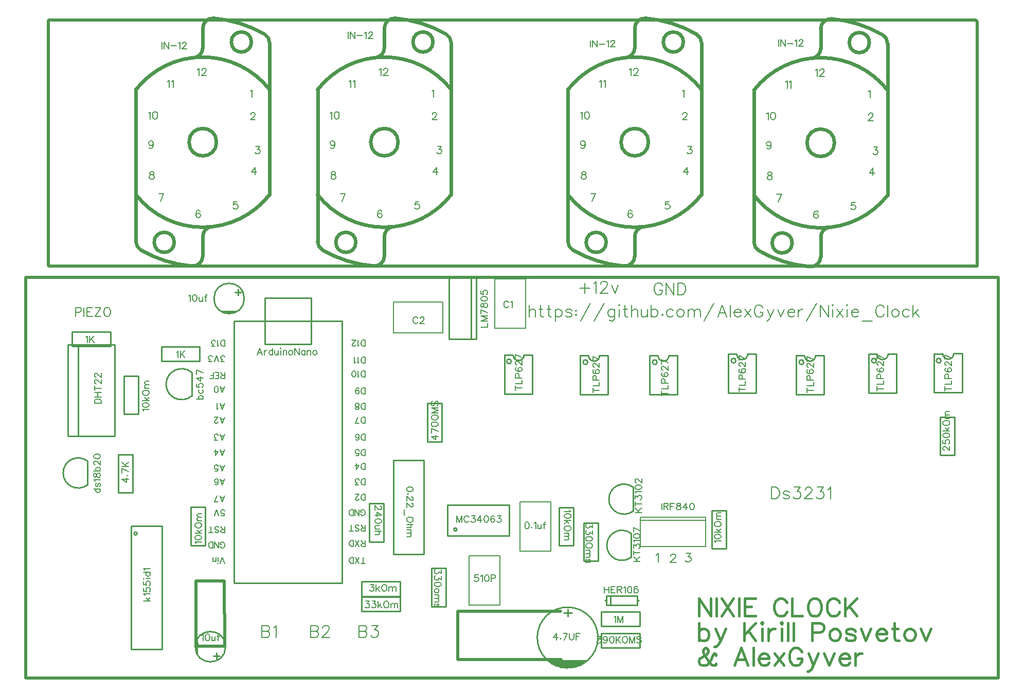
<source format=gto>
G04 ---------------------------- Layer name :TOP SILK LAYER*
G04 EasyEDA v5.8.22, Tue, 15 Jan 2019 07:50:08 GMT*
G04 124a35e5ee4140e2850748e1f34f2f7a*
G04 Gerber Generator version 0.2*
G04 Scale: 100 percent, Rotated: No, Reflected: No *
G04 Dimensions in millimeters *
G04 leading zeros omitted , absolute positions ,3 integer and 3 decimal *
%FSLAX33Y33*%
%MOMM*%
G90*
G71D02*

%ADD10C,0.254000*%
%ADD11C,0.499999*%
%ADD37C,0.228600*%
%ADD38C,0.200660*%
%ADD39C,0.177800*%
%ADD40C,0.609599*%
%ADD41C,0.609600*%
%ADD42C,0.203200*%
%ADD43C,0.381000*%
%ADD44C,0.149860*%
%ADD45C,0.152400*%

%LPD*%
G54D11*
G01X4301Y108845D02*
G01X156790Y108845D01*
G01X157050Y108585D01*
G01X157050Y68285D01*
G01X4301Y68285D01*
G01X4171Y68415D01*
G01X4171Y108715D01*
G01X4301Y108845D01*
G01X28460Y6799D02*
G01X28460Y15999D01*
G01X28460Y16400D01*
G01X28862Y16400D01*
G01X33101Y16400D01*
G01X33100Y16400D01*
G01X33180Y5760D01*
G01X33180Y5599D01*
G01X28702Y5600D01*
G01X28460Y6800D01*
G01X28460Y5440D01*
G01X88540Y11359D02*
G01X71580Y11359D01*
G01X71580Y3439D01*
G01X88380Y3439D01*
G01X88620Y3199D01*
G01X88620Y3439D01*
G01X3020Y66448D02*
G01X160522Y66448D01*
G01X160522Y408D01*
G01X480Y408D01*
G01X480Y66448D01*
G01X3020Y66448D01*
G54D10*
G01X52486Y59202D02*
G01X34706Y59202D01*
G01X34706Y59202D02*
G01X34706Y16022D01*
G01X34706Y16022D02*
G01X52486Y16022D01*
G01X52486Y16022D02*
G01X52486Y59202D01*
G01X47406Y55392D02*
G01X47406Y63012D01*
G01X39786Y63012D01*
G01X39786Y55392D01*
G01X47406Y55392D01*
G54D37*
G01X17772Y25477D02*
G01X17772Y5157D01*
G01X22852Y5157D01*
G01X22852Y25477D01*
G01X17772Y25477D01*
G01X69903Y23859D02*
G01X80063Y23859D01*
G01X80063Y28939D01*
G01X69903Y28939D01*
G01X69903Y23859D01*
G54D10*
G01X88267Y28533D02*
G01X90654Y28533D01*
G01X90654Y28533D02*
G01X90654Y22234D01*
G01X90654Y22234D02*
G01X88267Y22234D01*
G01X88267Y22234D02*
G01X88267Y28533D01*
G01X95201Y8949D02*
G01X95201Y11337D01*
G01X95201Y11337D02*
G01X101500Y11337D01*
G01X101500Y11337D02*
G01X101500Y8949D01*
G01X101500Y8949D02*
G01X95201Y8949D01*
G01X59414Y22852D02*
G01X57026Y22852D01*
G01X57026Y22852D02*
G01X57026Y29151D01*
G01X57026Y29151D02*
G01X59414Y29151D01*
G01X59414Y29151D02*
G01X59414Y22852D01*
G01X95201Y5393D02*
G01X95201Y7781D01*
G01X95201Y7781D02*
G01X101500Y7781D01*
G01X101500Y7781D02*
G01X101500Y5393D01*
G01X101500Y5393D02*
G01X95201Y5393D01*
G01X94718Y19694D02*
G01X92331Y19694D01*
G01X92331Y19694D02*
G01X92331Y25993D01*
G01X92331Y25993D02*
G01X94718Y25993D01*
G01X94718Y25993D02*
G01X94718Y19694D01*
G54D38*
G01X101660Y26390D02*
G01X112358Y26390D01*
G01X101660Y22090D02*
G01X101660Y26891D01*
G01X112358Y26891D01*
G01X112358Y22090D01*
G01X101660Y22090D02*
G01X112358Y22090D01*
G54D10*
G01X101145Y12429D02*
G01X96065Y12429D01*
G01X96065Y12429D02*
G01X96065Y13191D01*
G01X96065Y13191D02*
G01X96065Y13953D01*
G01X96065Y13953D02*
G01X101145Y13953D01*
G01X101145Y13953D02*
G01X101145Y13191D01*
G01X101145Y13191D02*
G01X101145Y12429D01*
G01X96065Y13191D02*
G01X95811Y13191D01*
G01X101145Y13191D02*
G01X101399Y13191D01*
G01X96700Y12556D02*
G01X96700Y13826D01*
G01X89681Y10515D02*
G01X89681Y11760D01*
G01X88996Y11150D02*
G01X90342Y11150D01*
G01X113413Y28025D02*
G01X115800Y28025D01*
G01X115800Y28025D02*
G01X115800Y21726D01*
G01X115800Y21726D02*
G01X113413Y21726D01*
G01X113413Y21726D02*
G01X113413Y28025D01*
G54D39*
G01X75999Y12429D02*
G01X73459Y12429D01*
G01X73459Y20557D01*
G01X78539Y20557D01*
G01X78539Y12429D01*
G01X75999Y12429D01*
G01X84381Y29447D02*
G01X86921Y29447D01*
G01X86921Y21319D01*
G01X81841Y21319D01*
G01X81841Y29447D01*
G01X84381Y29447D01*
G54D10*
G01X79279Y47213D02*
G01X83879Y47213D01*
G01X79259Y53603D02*
G01X79259Y47204D01*
G01X83879Y53633D02*
G01X83879Y47233D01*
G01X79279Y53612D02*
G01X80659Y53612D01*
G01X82490Y53642D02*
G01X83869Y53642D01*
G01X91714Y47120D02*
G01X96314Y47120D01*
G01X91694Y53510D02*
G01X91694Y47110D01*
G01X96314Y53540D02*
G01X96314Y47140D01*
G01X91714Y53518D02*
G01X93094Y53518D01*
G01X94925Y53548D02*
G01X96304Y53548D01*
G01X103144Y47120D02*
G01X107744Y47120D01*
G01X103124Y53510D02*
G01X103124Y47110D01*
G01X107744Y53540D02*
G01X107744Y47140D01*
G01X103144Y53518D02*
G01X104524Y53518D01*
G01X106355Y53548D02*
G01X107734Y53548D01*
G01X116098Y47374D02*
G01X120698Y47374D01*
G01X116078Y53764D02*
G01X116078Y47364D01*
G01X120698Y53794D02*
G01X120698Y47394D01*
G01X116098Y53772D02*
G01X117478Y53772D01*
G01X119309Y53802D02*
G01X120688Y53802D01*
G01X68932Y39353D02*
G01X66545Y39353D01*
G01X66545Y39353D02*
G01X66545Y45652D01*
G01X66545Y45652D02*
G01X68932Y45652D01*
G01X68932Y45652D02*
G01X68932Y39353D01*
G01X127274Y47120D02*
G01X131874Y47120D01*
G01X127254Y53510D02*
G01X127254Y47110D01*
G01X131874Y53540D02*
G01X131874Y47140D01*
G01X127274Y53518D02*
G01X128654Y53518D01*
G01X130485Y53548D02*
G01X131864Y53548D01*
G01X139212Y47374D02*
G01X143812Y47374D01*
G01X139192Y53764D02*
G01X139192Y47364D01*
G01X143812Y53794D02*
G01X143812Y47394D01*
G01X139212Y53772D02*
G01X140592Y53772D01*
G01X142423Y53802D02*
G01X143802Y53802D01*
G01X150008Y47454D02*
G01X154608Y47454D01*
G01X149988Y53844D02*
G01X149988Y47444D01*
G01X154608Y53874D02*
G01X154608Y47474D01*
G01X150008Y53852D02*
G01X151388Y53852D01*
G01X153218Y53882D02*
G01X154598Y53882D01*
G01X15079Y55321D02*
G01X15079Y40234D01*
G01X9084Y40234D01*
G01X7383Y40234D01*
G01X7383Y55321D01*
G01X9084Y55321D01*
G01X15079Y55321D01*
G01X9084Y40234D02*
G01X9084Y55321D01*
G01X16583Y50167D02*
G01X18970Y50167D01*
G01X18970Y50167D02*
G01X18970Y43868D01*
G01X18970Y43868D02*
G01X16583Y43868D01*
G01X16583Y43868D02*
G01X16583Y50167D01*
G01X18085Y30948D02*
G01X15698Y30948D01*
G01X15698Y30948D02*
G01X15698Y37247D01*
G01X15698Y37247D02*
G01X18085Y37247D01*
G01X18085Y37247D02*
G01X18085Y30948D01*
G01X22803Y52602D02*
G01X22803Y54990D01*
G01X22803Y54990D02*
G01X29102Y54990D01*
G01X29102Y54990D02*
G01X29102Y52602D01*
G01X29102Y52602D02*
G01X22803Y52602D01*
G01X14392Y57454D02*
G01X14392Y55066D01*
G01X14392Y55066D02*
G01X8093Y55066D01*
G01X8093Y55066D02*
G01X8093Y57454D01*
G01X8093Y57454D02*
G01X14392Y57454D01*
G01X27802Y46899D02*
G01X27802Y50739D01*
G01X10591Y36167D02*
G01X10591Y32207D01*
G01X74645Y66557D02*
G01X74645Y56252D01*
G01X70144Y56252D02*
G01X74645Y56252D01*
G01X70144Y66557D02*
G01X70144Y56252D01*
G01X70111Y66557D02*
G01X74612Y66557D01*
G01X73746Y66557D02*
G01X73746Y56252D01*
G01X32374Y4024D02*
G01X31358Y4024D01*
G01X31866Y3516D02*
G01X31866Y4532D01*
G01X29998Y22247D02*
G01X27610Y22247D01*
G01X27610Y22247D02*
G01X27610Y28546D01*
G01X27610Y28546D02*
G01X29998Y28546D01*
G01X29998Y28546D02*
G01X29998Y22247D01*
G01X55762Y13880D02*
G01X55762Y16268D01*
G01X55762Y16268D02*
G01X62061Y16268D01*
G01X62061Y16268D02*
G01X62061Y13880D01*
G01X62061Y13880D02*
G01X55762Y13880D01*
G01X55756Y11384D02*
G01X55756Y13771D01*
G01X55756Y13771D02*
G01X62055Y13771D01*
G01X62055Y13771D02*
G01X62055Y11384D01*
G01X62055Y11384D02*
G01X55756Y11384D01*
G01X69613Y12179D02*
G01X67226Y12179D01*
G01X67226Y12179D02*
G01X67226Y18478D01*
G01X67226Y18478D02*
G01X69613Y18478D01*
G01X69613Y18478D02*
G01X69613Y12179D01*
G01X65997Y20796D02*
G01X61018Y20796D01*
G01X61018Y20796D02*
G01X61018Y36290D01*
G01X61018Y36290D02*
G01X65997Y36290D01*
G01X65997Y36290D02*
G01X65997Y20796D01*
G01X153336Y37128D02*
G01X150948Y37128D01*
G01X150948Y37128D02*
G01X150948Y43427D01*
G01X150948Y43427D02*
G01X153336Y43427D01*
G01X153336Y43427D02*
G01X153336Y37128D01*
G01X35454Y64474D02*
G01X35454Y63458D01*
G01X35962Y63966D02*
G01X34946Y63966D01*
G01X100430Y31850D02*
G01X100430Y27890D01*
G01X100092Y24238D02*
G01X100092Y20278D01*
G54D40*
G01X18598Y97377D02*
G01X18598Y80055D01*
G01X40595Y80055D02*
G01X40595Y97377D01*
G01X40595Y97377D02*
G01X40595Y105074D01*
G01X29597Y107487D02*
G01X29597Y104286D01*
G01X18598Y80055D02*
G01X18598Y72358D01*
G01X29597Y69945D02*
G01X29597Y73146D01*
G01X48498Y97377D02*
G01X48498Y80055D01*
G01X70495Y80055D02*
G01X70495Y97377D01*
G01X70495Y97377D02*
G01X70495Y105074D01*
G01X59497Y107487D02*
G01X59497Y104286D01*
G01X48498Y80055D02*
G01X48498Y72358D01*
G01X59497Y69945D02*
G01X59497Y73146D01*
G01X120327Y97279D02*
G01X120327Y79956D01*
G01X142323Y79956D02*
G01X142323Y97279D01*
G01X142323Y97279D02*
G01X142323Y104975D01*
G01X131325Y107388D02*
G01X131325Y104188D01*
G01X120327Y79956D02*
G01X120327Y72260D01*
G01X131325Y69847D02*
G01X131325Y73047D01*
G01X89708Y97377D02*
G01X89708Y80055D01*
G01X111704Y80055D02*
G01X111704Y97377D01*
G01X111704Y97377D02*
G01X111704Y105074D01*
G01X100707Y107487D02*
G01X100707Y104286D01*
G01X89708Y80055D02*
G01X89708Y72358D01*
G01X100707Y69945D02*
G01X100707Y73146D01*
G54D39*
G01X80210Y66143D02*
G01X82750Y66143D01*
G01X82750Y58015D01*
G01X77670Y58015D01*
G01X77670Y66143D01*
G01X80210Y66143D01*
G01X60996Y59799D02*
G01X60996Y62339D01*
G01X69124Y62339D01*
G01X69124Y57259D01*
G01X60996Y57259D01*
G01X60996Y59799D01*
G54D42*
G01X123238Y31849D02*
G01X123238Y29908D01*
G01X123238Y31849D02*
G01X123885Y31849D01*
G01X124162Y31755D01*
G01X124348Y31572D01*
G01X124439Y31386D01*
G01X124531Y31110D01*
G01X124531Y30647D01*
G01X124439Y30370D01*
G01X124348Y30185D01*
G01X124162Y30002D01*
G01X123885Y29908D01*
G01X123238Y29908D01*
G01X126156Y30924D02*
G01X126065Y31110D01*
G01X125788Y31201D01*
G01X125511Y31201D01*
G01X125234Y31110D01*
G01X125140Y30924D01*
G01X125234Y30739D01*
G01X125420Y30647D01*
G01X125879Y30556D01*
G01X126065Y30462D01*
G01X126156Y30279D01*
G01X126156Y30185D01*
G01X126065Y30002D01*
G01X125788Y29908D01*
G01X125511Y29908D01*
G01X125234Y30002D01*
G01X125140Y30185D01*
G01X126951Y31849D02*
G01X127967Y31849D01*
G01X127414Y31110D01*
G01X127690Y31110D01*
G01X127876Y31018D01*
G01X127967Y30924D01*
G01X128061Y30647D01*
G01X128061Y30462D01*
G01X127967Y30185D01*
G01X127782Y30002D01*
G01X127505Y29908D01*
G01X127228Y29908D01*
G01X126951Y30002D01*
G01X126860Y30094D01*
G01X126766Y30279D01*
G01X128762Y31386D02*
G01X128762Y31478D01*
G01X128854Y31663D01*
G01X128948Y31755D01*
G01X129131Y31849D01*
G01X129501Y31849D01*
G01X129687Y31755D01*
G01X129778Y31663D01*
G01X129870Y31478D01*
G01X129870Y31295D01*
G01X129778Y31110D01*
G01X129593Y30833D01*
G01X128671Y29908D01*
G01X129964Y29908D01*
G01X130756Y31849D02*
G01X131772Y31849D01*
G01X131218Y31110D01*
G01X131495Y31110D01*
G01X131681Y31018D01*
G01X131772Y30924D01*
G01X131866Y30647D01*
G01X131866Y30462D01*
G01X131772Y30185D01*
G01X131589Y30002D01*
G01X131312Y29908D01*
G01X131033Y29908D01*
G01X130756Y30002D01*
G01X130665Y30094D01*
G01X130573Y30279D01*
G01X132476Y31478D02*
G01X132659Y31572D01*
G01X132938Y31849D01*
G01X132938Y29908D01*
G01X8630Y61468D02*
G01X8630Y60015D01*
G01X8630Y61468D02*
G01X9253Y61468D01*
G01X9461Y61399D01*
G01X9532Y61330D01*
G01X9601Y61191D01*
G01X9601Y60982D01*
G01X9532Y60845D01*
G01X9461Y60777D01*
G01X9253Y60706D01*
G01X8630Y60706D01*
G01X10058Y61468D02*
G01X10058Y60015D01*
G01X10515Y61468D02*
G01X10515Y60015D01*
G01X10515Y61468D02*
G01X11414Y61468D01*
G01X10515Y60777D02*
G01X11069Y60777D01*
G01X10515Y60015D02*
G01X11414Y60015D01*
G01X12842Y61468D02*
G01X11871Y60015D01*
G01X11871Y61468D02*
G01X12842Y61468D01*
G01X11871Y60015D02*
G01X12842Y60015D01*
G01X13716Y61468D02*
G01X13576Y61399D01*
G01X13439Y61259D01*
G01X13368Y61122D01*
G01X13299Y60914D01*
G01X13299Y60568D01*
G01X13368Y60360D01*
G01X13439Y60220D01*
G01X13576Y60083D01*
G01X13716Y60015D01*
G01X13992Y60015D01*
G01X14130Y60083D01*
G01X14269Y60220D01*
G01X14338Y60360D01*
G01X14409Y60568D01*
G01X14409Y60914D01*
G01X14338Y61122D01*
G01X14269Y61259D01*
G01X14130Y61399D01*
G01X13992Y61468D01*
G01X13716Y61468D01*
G01X39319Y9049D02*
G01X39319Y7108D01*
G01X39319Y9049D02*
G01X40150Y9049D01*
G01X40429Y8955D01*
G01X40521Y8863D01*
G01X40612Y8678D01*
G01X40612Y8492D01*
G01X40521Y8309D01*
G01X40429Y8215D01*
G01X40150Y8124D01*
G01X39319Y8124D02*
G01X40150Y8124D01*
G01X40429Y8033D01*
G01X40521Y7939D01*
G01X40612Y7756D01*
G01X40612Y7476D01*
G01X40521Y7293D01*
G01X40429Y7199D01*
G01X40150Y7108D01*
G01X39319Y7108D01*
G01X41222Y8678D02*
G01X41407Y8772D01*
G01X41684Y9049D01*
G01X41684Y7108D01*
G01X47319Y9049D02*
G01X47319Y7111D01*
G01X47319Y9049D02*
G01X48153Y9049D01*
G01X48429Y8957D01*
G01X48521Y8866D01*
G01X48612Y8680D01*
G01X48612Y8495D01*
G01X48521Y8312D01*
G01X48429Y8218D01*
G01X48153Y8127D01*
G01X47319Y8127D02*
G01X48153Y8127D01*
G01X48429Y8033D01*
G01X48521Y7941D01*
G01X48612Y7756D01*
G01X48612Y7479D01*
G01X48521Y7296D01*
G01X48429Y7202D01*
G01X48153Y7111D01*
G01X47319Y7111D01*
G01X49316Y8589D02*
G01X49316Y8680D01*
G01X49407Y8866D01*
G01X49499Y8957D01*
G01X49684Y9049D01*
G01X50055Y9049D01*
G01X50238Y8957D01*
G01X50332Y8866D01*
G01X50423Y8680D01*
G01X50423Y8495D01*
G01X50332Y8312D01*
G01X50146Y8033D01*
G01X49222Y7111D01*
G01X50515Y7111D01*
G01X55319Y9049D02*
G01X55319Y7111D01*
G01X55319Y9049D02*
G01X56150Y9049D01*
G01X56427Y8957D01*
G01X56518Y8866D01*
G01X56612Y8680D01*
G01X56612Y8495D01*
G01X56518Y8312D01*
G01X56427Y8218D01*
G01X56150Y8127D01*
G01X55319Y8127D02*
G01X56150Y8127D01*
G01X56427Y8033D01*
G01X56518Y7941D01*
G01X56612Y7756D01*
G01X56612Y7479D01*
G01X56518Y7296D01*
G01X56427Y7202D01*
G01X56150Y7111D01*
G01X55319Y7111D01*
G01X57407Y9049D02*
G01X58423Y9049D01*
G01X57867Y8312D01*
G01X58144Y8312D01*
G01X58329Y8218D01*
G01X58423Y8127D01*
G01X58515Y7850D01*
G01X58515Y7664D01*
G01X58423Y7387D01*
G01X58238Y7202D01*
G01X57961Y7111D01*
G01X57684Y7111D01*
G01X57407Y7202D01*
G01X57313Y7296D01*
G01X57222Y7479D01*
G54D43*
G01X111260Y13519D02*
G01X111260Y10609D01*
G01X111260Y13519D02*
G01X113201Y10609D01*
G01X113201Y13519D02*
G01X113201Y10609D01*
G01X114115Y13519D02*
G01X114115Y10609D01*
G01X115030Y13519D02*
G01X116968Y10609D01*
G01X116968Y13519D02*
G01X115030Y10609D01*
G01X117882Y13519D02*
G01X117882Y10609D01*
G01X118796Y13519D02*
G01X118796Y10609D01*
G01X118796Y13519D02*
G01X120597Y13519D01*
G01X118796Y12133D02*
G01X119906Y12133D01*
G01X118796Y10609D02*
G01X120597Y10609D01*
G01X125725Y12826D02*
G01X125586Y13103D01*
G01X125309Y13380D01*
G01X125032Y13519D01*
G01X124478Y13519D01*
G01X124201Y13380D01*
G01X123922Y13103D01*
G01X123785Y12826D01*
G01X123645Y12409D01*
G01X123645Y11716D01*
G01X123785Y11302D01*
G01X123922Y11025D01*
G01X124201Y10748D01*
G01X124478Y10609D01*
G01X125032Y10609D01*
G01X125309Y10748D01*
G01X125586Y11025D01*
G01X125725Y11302D01*
G01X126640Y13519D02*
G01X126640Y10609D01*
G01X126640Y10609D02*
G01X128301Y10609D01*
G01X130046Y13519D02*
G01X129769Y13380D01*
G01X129492Y13103D01*
G01X129355Y12826D01*
G01X129215Y12409D01*
G01X129215Y11716D01*
G01X129355Y11302D01*
G01X129492Y11025D01*
G01X129769Y10748D01*
G01X130046Y10609D01*
G01X130602Y10609D01*
G01X130879Y10748D01*
G01X131156Y11025D01*
G01X131293Y11302D01*
G01X131433Y11716D01*
G01X131433Y12409D01*
G01X131293Y12826D01*
G01X131156Y13103D01*
G01X130879Y13380D01*
G01X130602Y13519D01*
G01X130046Y13519D01*
G01X134425Y12826D02*
G01X134285Y13103D01*
G01X134008Y13380D01*
G01X133732Y13519D01*
G01X133178Y13519D01*
G01X132901Y13380D01*
G01X132624Y13103D01*
G01X132484Y12826D01*
G01X132347Y12409D01*
G01X132347Y11716D01*
G01X132484Y11302D01*
G01X132624Y11025D01*
G01X132901Y10748D01*
G01X133178Y10609D01*
G01X133732Y10609D01*
G01X134008Y10748D01*
G01X134285Y11025D01*
G01X134425Y11302D01*
G01X135339Y13519D02*
G01X135339Y10609D01*
G01X137280Y13519D02*
G01X135339Y11579D01*
G01X136033Y12272D02*
G01X137280Y10609D01*
G01X111260Y9455D02*
G01X111260Y6545D01*
G01X111260Y8069D02*
G01X111537Y8345D01*
G01X111814Y8485D01*
G01X112230Y8485D01*
G01X112507Y8345D01*
G01X112784Y8069D01*
G01X112924Y7652D01*
G01X112924Y7375D01*
G01X112784Y6961D01*
G01X112507Y6684D01*
G01X112230Y6545D01*
G01X111814Y6545D01*
G01X111537Y6684D01*
G01X111260Y6961D01*
G01X113975Y8485D02*
G01X114806Y6545D01*
G01X115639Y8485D02*
G01X114806Y6545D01*
G01X114529Y5991D01*
G01X114252Y5714D01*
G01X113975Y5574D01*
G01X113838Y5574D01*
G01X118687Y9455D02*
G01X118687Y6545D01*
G01X120625Y9455D02*
G01X118687Y7515D01*
G01X119378Y8208D02*
G01X120625Y6545D01*
G01X121540Y9455D02*
G01X121679Y9316D01*
G01X121816Y9455D01*
G01X121679Y9593D01*
G01X121540Y9455D01*
G01X121679Y8485D02*
G01X121679Y6545D01*
G01X122731Y8485D02*
G01X122731Y6545D01*
G01X122731Y7652D02*
G01X122871Y8069D01*
G01X123147Y8345D01*
G01X123424Y8485D01*
G01X123841Y8485D01*
G01X124755Y9455D02*
G01X124892Y9316D01*
G01X125032Y9455D01*
G01X124892Y9593D01*
G01X124755Y9455D01*
G01X124892Y8485D02*
G01X124892Y6545D01*
G01X125946Y9455D02*
G01X125946Y6545D01*
G01X126861Y9455D02*
G01X126861Y6545D01*
G01X129909Y9455D02*
G01X129909Y6545D01*
G01X129909Y9455D02*
G01X131156Y9455D01*
G01X131570Y9316D01*
G01X131710Y9176D01*
G01X131847Y8899D01*
G01X131847Y8485D01*
G01X131710Y8208D01*
G01X131570Y8069D01*
G01X131156Y7931D01*
G01X129909Y7931D01*
G01X133455Y8485D02*
G01X133178Y8345D01*
G01X132901Y8069D01*
G01X132761Y7652D01*
G01X132761Y7375D01*
G01X132901Y6961D01*
G01X133178Y6684D01*
G01X133455Y6545D01*
G01X133871Y6545D01*
G01X134148Y6684D01*
G01X134425Y6961D01*
G01X134565Y7375D01*
G01X134565Y7652D01*
G01X134425Y8069D01*
G01X134148Y8345D01*
G01X133871Y8485D01*
G01X133455Y8485D01*
G01X137003Y8069D02*
G01X136863Y8345D01*
G01X136447Y8485D01*
G01X136033Y8485D01*
G01X135616Y8345D01*
G01X135479Y8069D01*
G01X135616Y7792D01*
G01X135893Y7652D01*
G01X136587Y7515D01*
G01X136863Y7375D01*
G01X137003Y7098D01*
G01X137003Y6961D01*
G01X136863Y6684D01*
G01X136447Y6545D01*
G01X136033Y6545D01*
G01X135616Y6684D01*
G01X135479Y6961D01*
G01X137917Y8485D02*
G01X138748Y6545D01*
G01X139579Y8485D02*
G01X138748Y6545D01*
G01X140493Y7652D02*
G01X142157Y7652D01*
G01X142157Y7931D01*
G01X142017Y8208D01*
G01X141880Y8345D01*
G01X141600Y8485D01*
G01X141186Y8485D01*
G01X140910Y8345D01*
G01X140633Y8069D01*
G01X140493Y7652D01*
G01X140493Y7375D01*
G01X140633Y6961D01*
G01X140910Y6684D01*
G01X141186Y6545D01*
G01X141600Y6545D01*
G01X141880Y6684D01*
G01X142157Y6961D01*
G01X143485Y9455D02*
G01X143485Y7098D01*
G01X143625Y6684D01*
G01X143902Y6545D01*
G01X144179Y6545D01*
G01X143071Y8485D02*
G01X144039Y8485D01*
G01X145786Y8485D02*
G01X145510Y8345D01*
G01X145233Y8069D01*
G01X145093Y7652D01*
G01X145093Y7375D01*
G01X145233Y6961D01*
G01X145510Y6684D01*
G01X145786Y6545D01*
G01X146200Y6545D01*
G01X146477Y6684D01*
G01X146757Y6961D01*
G01X146894Y7375D01*
G01X146894Y7652D01*
G01X146757Y8069D01*
G01X146477Y8345D01*
G01X146200Y8485D01*
G01X145786Y8485D01*
G01X147808Y8485D02*
G01X148639Y6545D01*
G01X149472Y8485D02*
G01X148639Y6545D01*
G01X114031Y4144D02*
G01X114031Y4281D01*
G01X113892Y4421D01*
G01X113754Y4421D01*
G01X113615Y4281D01*
G01X113478Y4005D01*
G01X113201Y3311D01*
G01X112924Y2897D01*
G01X112644Y2620D01*
G01X112368Y2481D01*
G01X111814Y2481D01*
G01X111537Y2620D01*
G01X111400Y2757D01*
G01X111260Y3034D01*
G01X111260Y3311D01*
G01X111400Y3588D01*
G01X111537Y3728D01*
G01X112507Y4281D01*
G01X112644Y4421D01*
G01X112784Y4698D01*
G01X112784Y4975D01*
G01X112644Y5252D01*
G01X112368Y5391D01*
G01X112091Y5252D01*
G01X111954Y4975D01*
G01X111954Y4698D01*
G01X112091Y4281D01*
G01X112368Y3867D01*
G01X113061Y2897D01*
G01X113338Y2620D01*
G01X113615Y2481D01*
G01X113892Y2481D01*
G01X114031Y2620D01*
G01X114031Y2757D01*
G01X118187Y5391D02*
G01X117079Y2481D01*
G01X118187Y5391D02*
G01X119297Y2481D01*
G01X117496Y3451D02*
G01X118880Y3451D01*
G01X120211Y5391D02*
G01X120211Y2481D01*
G01X121126Y3588D02*
G01X122787Y3588D01*
G01X122787Y3867D01*
G01X122650Y4144D01*
G01X122510Y4281D01*
G01X122233Y4421D01*
G01X121816Y4421D01*
G01X121540Y4281D01*
G01X121263Y4005D01*
G01X121126Y3588D01*
G01X121126Y3311D01*
G01X121263Y2897D01*
G01X121540Y2620D01*
G01X121816Y2481D01*
G01X122233Y2481D01*
G01X122510Y2620D01*
G01X122787Y2897D01*
G01X123701Y4421D02*
G01X125225Y2481D01*
G01X125225Y4421D02*
G01X123701Y2481D01*
G01X128217Y4698D02*
G01X128080Y4975D01*
G01X127803Y5252D01*
G01X127526Y5391D01*
G01X126970Y5391D01*
G01X126693Y5252D01*
G01X126416Y4975D01*
G01X126279Y4698D01*
G01X126139Y4281D01*
G01X126139Y3588D01*
G01X126279Y3174D01*
G01X126416Y2897D01*
G01X126693Y2620D01*
G01X126970Y2481D01*
G01X127526Y2481D01*
G01X127803Y2620D01*
G01X128080Y2897D01*
G01X128217Y3174D01*
G01X128217Y3588D01*
G01X127526Y3588D02*
G01X128217Y3588D01*
G01X129271Y4421D02*
G01X130102Y2481D01*
G01X130932Y4421D02*
G01X130102Y2481D01*
G01X129825Y1927D01*
G01X129548Y1650D01*
G01X129271Y1510D01*
G01X129132Y1510D01*
G01X131847Y4421D02*
G01X132680Y2481D01*
G01X133511Y4421D02*
G01X132680Y2481D01*
G01X134425Y3588D02*
G01X136089Y3588D01*
G01X136089Y3867D01*
G01X135949Y4144D01*
G01X135809Y4281D01*
G01X135532Y4421D01*
G01X135118Y4421D01*
G01X134842Y4281D01*
G01X134565Y4005D01*
G01X134425Y3588D01*
G01X134425Y3311D01*
G01X134565Y2897D01*
G01X134842Y2620D01*
G01X135118Y2481D01*
G01X135532Y2481D01*
G01X135809Y2620D01*
G01X136089Y2897D01*
G01X137003Y4421D02*
G01X137003Y2481D01*
G01X137003Y3588D02*
G01X137140Y4005D01*
G01X137417Y4281D01*
G01X137694Y4421D01*
G01X138111Y4421D01*
G54D42*
G01X83306Y61859D02*
G01X83306Y59921D01*
G01X83306Y60843D02*
G01X83583Y61120D01*
G01X83769Y61214D01*
G01X84046Y61214D01*
G01X84231Y61120D01*
G01X84322Y60843D01*
G01X84322Y59921D01*
G01X85209Y61859D02*
G01X85209Y60289D01*
G01X85300Y60012D01*
G01X85486Y59921D01*
G01X85671Y59921D01*
G01X84932Y61214D02*
G01X85580Y61214D01*
G01X86558Y61859D02*
G01X86558Y60289D01*
G01X86649Y60012D01*
G01X86834Y59921D01*
G01X87020Y59921D01*
G01X86281Y61214D02*
G01X86926Y61214D01*
G01X87630Y61214D02*
G01X87630Y59273D01*
G01X87630Y60937D02*
G01X87815Y61120D01*
G01X87998Y61214D01*
G01X88275Y61214D01*
G01X88460Y61120D01*
G01X88646Y60937D01*
G01X88737Y60660D01*
G01X88737Y60474D01*
G01X88646Y60198D01*
G01X88460Y60012D01*
G01X88275Y59921D01*
G01X87998Y59921D01*
G01X87815Y60012D01*
G01X87630Y60198D01*
G01X90363Y60937D02*
G01X90271Y61120D01*
G01X89994Y61214D01*
G01X89717Y61214D01*
G01X89441Y61120D01*
G01X89347Y60937D01*
G01X89441Y60751D01*
G01X89623Y60660D01*
G01X90086Y60566D01*
G01X90271Y60474D01*
G01X90363Y60289D01*
G01X90363Y60198D01*
G01X90271Y60012D01*
G01X89994Y59921D01*
G01X89717Y59921D01*
G01X89441Y60012D01*
G01X89347Y60198D01*
G01X91066Y61028D02*
G01X90972Y60937D01*
G01X91066Y60843D01*
G01X91158Y60937D01*
G01X91066Y61028D01*
G01X91066Y60383D02*
G01X90972Y60289D01*
G01X91066Y60198D01*
G01X91158Y60289D01*
G01X91066Y60383D01*
G01X93428Y62230D02*
G01X91767Y59273D01*
G01X95702Y62230D02*
G01X94038Y59273D01*
G01X97419Y61214D02*
G01X97419Y59735D01*
G01X97327Y59458D01*
G01X97236Y59367D01*
G01X97050Y59273D01*
G01X96774Y59273D01*
G01X96588Y59367D01*
G01X97419Y60937D02*
G01X97236Y61120D01*
G01X97050Y61214D01*
G01X96774Y61214D01*
G01X96588Y61120D01*
G01X96403Y60937D01*
G01X96311Y60660D01*
G01X96311Y60474D01*
G01X96403Y60198D01*
G01X96588Y60012D01*
G01X96774Y59921D01*
G01X97050Y59921D01*
G01X97236Y60012D01*
G01X97419Y60198D01*
G01X98028Y61859D02*
G01X98122Y61767D01*
G01X98214Y61859D01*
G01X98122Y61953D01*
G01X98028Y61859D01*
G01X98122Y61214D02*
G01X98122Y59921D01*
G01X99100Y61859D02*
G01X99100Y60289D01*
G01X99194Y60012D01*
G01X99377Y59921D01*
G01X99562Y59921D01*
G01X98823Y61214D02*
G01X99471Y61214D01*
G01X100172Y61859D02*
G01X100172Y59921D01*
G01X100172Y60843D02*
G01X100449Y61120D01*
G01X100634Y61214D01*
G01X100911Y61214D01*
G01X101097Y61120D01*
G01X101188Y60843D01*
G01X101188Y59921D01*
G01X101798Y61214D02*
G01X101798Y60289D01*
G01X101889Y60012D01*
G01X102074Y59921D01*
G01X102351Y59921D01*
G01X102537Y60012D01*
G01X102814Y60289D01*
G01X102814Y61214D02*
G01X102814Y59921D01*
G01X103423Y61859D02*
G01X103423Y59921D01*
G01X103423Y60937D02*
G01X103609Y61120D01*
G01X103792Y61214D01*
G01X104071Y61214D01*
G01X104254Y61120D01*
G01X104439Y60937D01*
G01X104531Y60660D01*
G01X104531Y60474D01*
G01X104439Y60198D01*
G01X104254Y60012D01*
G01X104071Y59921D01*
G01X103792Y59921D01*
G01X103609Y60012D01*
G01X103423Y60198D01*
G01X105234Y60383D02*
G01X105140Y60289D01*
G01X105234Y60198D01*
G01X105326Y60289D01*
G01X105234Y60383D01*
G01X107043Y60937D02*
G01X106860Y61120D01*
G01X106674Y61214D01*
G01X106398Y61214D01*
G01X106212Y61120D01*
G01X106027Y60937D01*
G01X105935Y60660D01*
G01X105935Y60474D01*
G01X106027Y60198D01*
G01X106212Y60012D01*
G01X106398Y59921D01*
G01X106674Y59921D01*
G01X106860Y60012D01*
G01X107043Y60198D01*
G01X108115Y61214D02*
G01X107932Y61120D01*
G01X107746Y60937D01*
G01X107652Y60660D01*
G01X107652Y60474D01*
G01X107746Y60198D01*
G01X107932Y60012D01*
G01X108115Y59921D01*
G01X108391Y59921D01*
G01X108577Y60012D01*
G01X108762Y60198D01*
G01X108854Y60474D01*
G01X108854Y60660D01*
G01X108762Y60937D01*
G01X108577Y61120D01*
G01X108391Y61214D01*
G01X108115Y61214D01*
G01X109463Y61214D02*
G01X109463Y59921D01*
G01X109463Y60843D02*
G01X109740Y61120D01*
G01X109926Y61214D01*
G01X110202Y61214D01*
G01X110388Y61120D01*
G01X110479Y60843D01*
G01X110479Y59921D01*
G01X110479Y60843D02*
G01X110756Y61120D01*
G01X110942Y61214D01*
G01X111218Y61214D01*
G01X111404Y61120D01*
G01X111495Y60843D01*
G01X111495Y59921D01*
G01X113769Y62230D02*
G01X112105Y59273D01*
G01X115117Y61859D02*
G01X114378Y59921D01*
G01X115117Y61859D02*
G01X115857Y59921D01*
G01X114655Y60566D02*
G01X115577Y60566D01*
G01X116466Y61859D02*
G01X116466Y59921D01*
G01X117076Y60660D02*
G01X118183Y60660D01*
G01X118183Y60843D01*
G01X118092Y61028D01*
G01X117998Y61120D01*
G01X117812Y61214D01*
G01X117535Y61214D01*
G01X117353Y61120D01*
G01X117167Y60937D01*
G01X117076Y60660D01*
G01X117076Y60474D01*
G01X117167Y60198D01*
G01X117353Y60012D01*
G01X117535Y59921D01*
G01X117812Y59921D01*
G01X117998Y60012D01*
G01X118183Y60198D01*
G01X118793Y61214D02*
G01X119809Y59921D01*
G01X119809Y61214D02*
G01X118793Y59921D01*
G01X121803Y61399D02*
G01X121711Y61582D01*
G01X121526Y61767D01*
G01X121343Y61859D01*
G01X120972Y61859D01*
G01X120787Y61767D01*
G01X120604Y61582D01*
G01X120510Y61399D01*
G01X120418Y61120D01*
G01X120418Y60660D01*
G01X120510Y60383D01*
G01X120604Y60198D01*
G01X120787Y60012D01*
G01X120972Y59921D01*
G01X121343Y59921D01*
G01X121526Y60012D01*
G01X121711Y60198D01*
G01X121803Y60383D01*
G01X121803Y60660D01*
G01X121343Y60660D02*
G01X121803Y60660D01*
G01X122506Y61214D02*
G01X123060Y59921D01*
G01X123614Y61214D02*
G01X123060Y59921D01*
G01X122875Y59550D01*
G01X122689Y59367D01*
G01X122506Y59273D01*
G01X122412Y59273D01*
G01X124223Y61214D02*
G01X124777Y59921D01*
G01X125331Y61214D02*
G01X124777Y59921D01*
G01X125940Y60660D02*
G01X127050Y60660D01*
G01X127050Y60843D01*
G01X126956Y61028D01*
G01X126865Y61120D01*
G01X126679Y61214D01*
G01X126403Y61214D01*
G01X126220Y61120D01*
G01X126034Y60937D01*
G01X125940Y60660D01*
G01X125940Y60474D01*
G01X126034Y60198D01*
G01X126220Y60012D01*
G01X126403Y59921D01*
G01X126679Y59921D01*
G01X126865Y60012D01*
G01X127050Y60198D01*
G01X127660Y61214D02*
G01X127660Y59921D01*
G01X127660Y60660D02*
G01X127751Y60937D01*
G01X127937Y61120D01*
G01X128122Y61214D01*
G01X128399Y61214D01*
G01X130670Y62230D02*
G01X129009Y59273D01*
G01X131279Y61859D02*
G01X131279Y59921D01*
G01X131279Y61859D02*
G01X132572Y59921D01*
G01X132572Y61859D02*
G01X132572Y59921D01*
G01X133182Y61859D02*
G01X133276Y61767D01*
G01X133367Y61859D01*
G01X133276Y61953D01*
G01X133182Y61859D01*
G01X133276Y61214D02*
G01X133276Y59921D01*
G01X133977Y61214D02*
G01X134993Y59921D01*
G01X134993Y61214D02*
G01X133977Y59921D01*
G01X135602Y61859D02*
G01X135694Y61767D01*
G01X135788Y61859D01*
G01X135694Y61953D01*
G01X135602Y61859D01*
G01X135694Y61214D02*
G01X135694Y59921D01*
G01X136398Y60660D02*
G01X137505Y60660D01*
G01X137505Y60843D01*
G01X137414Y61028D01*
G01X137320Y61120D01*
G01X137137Y61214D01*
G01X136860Y61214D01*
G01X136674Y61120D01*
G01X136489Y60937D01*
G01X136398Y60660D01*
G01X136398Y60474D01*
G01X136489Y60198D01*
G01X136674Y60012D01*
G01X136860Y59921D01*
G01X137137Y59921D01*
G01X137320Y60012D01*
G01X137505Y60198D01*
G01X138115Y59273D02*
G01X139778Y59273D01*
G01X141772Y61399D02*
G01X141681Y61582D01*
G01X141495Y61767D01*
G01X141310Y61859D01*
G01X140942Y61859D01*
G01X140756Y61767D01*
G01X140571Y61582D01*
G01X140479Y61399D01*
G01X140388Y61120D01*
G01X140388Y60660D01*
G01X140479Y60383D01*
G01X140571Y60198D01*
G01X140756Y60012D01*
G01X140942Y59921D01*
G01X141310Y59921D01*
G01X141495Y60012D01*
G01X141681Y60198D01*
G01X141772Y60383D01*
G01X142382Y61859D02*
G01X142382Y59921D01*
G01X143454Y61214D02*
G01X143268Y61120D01*
G01X143085Y60937D01*
G01X142991Y60660D01*
G01X142991Y60474D01*
G01X143085Y60198D01*
G01X143268Y60012D01*
G01X143454Y59921D01*
G01X143730Y59921D01*
G01X143916Y60012D01*
G01X144101Y60198D01*
G01X144193Y60474D01*
G01X144193Y60660D01*
G01X144101Y60937D01*
G01X143916Y61120D01*
G01X143730Y61214D01*
G01X143454Y61214D01*
G01X145910Y60937D02*
G01X145727Y61120D01*
G01X145542Y61214D01*
G01X145265Y61214D01*
G01X145079Y61120D01*
G01X144894Y60937D01*
G01X144802Y60660D01*
G01X144802Y60474D01*
G01X144894Y60198D01*
G01X145079Y60012D01*
G01X145265Y59921D01*
G01X145542Y59921D01*
G01X145727Y60012D01*
G01X145910Y60198D01*
G01X146519Y61859D02*
G01X146519Y59921D01*
G01X147444Y61214D02*
G01X146519Y60289D01*
G01X146890Y60660D02*
G01X147535Y59921D01*
G01X92481Y65503D02*
G01X92481Y63841D01*
G01X91650Y64672D02*
G01X93311Y64672D01*
G01X93921Y65411D02*
G01X94106Y65503D01*
G01X94383Y65779D01*
G01X94383Y63841D01*
G01X95084Y65317D02*
G01X95084Y65411D01*
G01X95178Y65594D01*
G01X95270Y65688D01*
G01X95455Y65779D01*
G01X95824Y65779D01*
G01X96009Y65688D01*
G01X96100Y65594D01*
G01X96194Y65411D01*
G01X96194Y65226D01*
G01X96100Y65040D01*
G01X95917Y64763D01*
G01X94993Y63841D01*
G01X96286Y63841D01*
G01X96895Y65134D02*
G01X97449Y63841D01*
G01X98003Y65134D02*
G01X97449Y63841D01*
G01X105257Y65057D02*
G01X105163Y65242D01*
G01X104978Y65428D01*
G01X104795Y65519D01*
G01X104424Y65519D01*
G01X104241Y65428D01*
G01X104056Y65242D01*
G01X103962Y65057D01*
G01X103870Y64780D01*
G01X103870Y64318D01*
G01X103962Y64041D01*
G01X104056Y63858D01*
G01X104241Y63673D01*
G01X104424Y63581D01*
G01X104795Y63581D01*
G01X104978Y63673D01*
G01X105163Y63858D01*
G01X105257Y64041D01*
G01X105257Y64318D01*
G01X104795Y64318D02*
G01X105257Y64318D01*
G01X105867Y65519D02*
G01X105867Y63581D01*
G01X105867Y65519D02*
G01X107160Y63581D01*
G01X107160Y65519D02*
G01X107160Y63581D01*
G01X107769Y65519D02*
G01X107769Y63581D01*
G01X107769Y65519D02*
G01X108414Y65519D01*
G01X108691Y65428D01*
G01X108877Y65242D01*
G01X108968Y65057D01*
G01X109062Y64780D01*
G01X109062Y64318D01*
G01X108968Y64041D01*
G01X108877Y63858D01*
G01X108691Y63673D01*
G01X108414Y63581D01*
G01X107769Y63581D01*
G54D39*
G01X38986Y54745D02*
G01X38569Y53655D01*
G01X38986Y54745D02*
G01X39400Y53655D01*
G01X38724Y54019D02*
G01X39245Y54019D01*
G01X39743Y54382D02*
G01X39743Y53655D01*
G01X39743Y54072D02*
G01X39796Y54227D01*
G01X39900Y54331D01*
G01X40005Y54382D01*
G01X40159Y54382D01*
G01X41125Y54745D02*
G01X41125Y53655D01*
G01X41125Y54227D02*
G01X41021Y54331D01*
G01X40919Y54382D01*
G01X40761Y54382D01*
G01X40657Y54331D01*
G01X40553Y54227D01*
G01X40502Y54072D01*
G01X40502Y53968D01*
G01X40553Y53810D01*
G01X40657Y53706D01*
G01X40761Y53655D01*
G01X40919Y53655D01*
G01X41021Y53706D01*
G01X41125Y53810D01*
G01X41468Y54382D02*
G01X41468Y53864D01*
G01X41521Y53706D01*
G01X41625Y53655D01*
G01X41780Y53655D01*
G01X41884Y53706D01*
G01X42039Y53864D01*
G01X42039Y54382D02*
G01X42039Y53655D01*
G01X42382Y54745D02*
G01X42435Y54694D01*
G01X42486Y54745D01*
G01X42435Y54798D01*
G01X42382Y54745D01*
G01X42435Y54382D02*
G01X42435Y53655D01*
G01X42829Y54382D02*
G01X42829Y53655D01*
G01X42829Y54174D02*
G01X42986Y54331D01*
G01X43091Y54382D01*
G01X43246Y54382D01*
G01X43350Y54331D01*
G01X43400Y54174D01*
G01X43400Y53655D01*
G01X44005Y54382D02*
G01X43901Y54331D01*
G01X43797Y54227D01*
G01X43743Y54072D01*
G01X43743Y53968D01*
G01X43797Y53810D01*
G01X43901Y53706D01*
G01X44005Y53655D01*
G01X44160Y53655D01*
G01X44264Y53706D01*
G01X44368Y53810D01*
G01X44419Y53968D01*
G01X44419Y54072D01*
G01X44368Y54227D01*
G01X44264Y54331D01*
G01X44160Y54382D01*
G01X44005Y54382D01*
G01X44762Y54745D02*
G01X44762Y53655D01*
G01X44762Y54745D02*
G01X45491Y53655D01*
G01X45491Y54745D02*
G01X45491Y53655D01*
G01X46456Y54382D02*
G01X46456Y53655D01*
G01X46456Y54227D02*
G01X46352Y54331D01*
G01X46248Y54382D01*
G01X46093Y54382D01*
G01X45989Y54331D01*
G01X45885Y54227D01*
G01X45834Y54072D01*
G01X45834Y53968D01*
G01X45885Y53810D01*
G01X45989Y53706D01*
G01X46093Y53655D01*
G01X46248Y53655D01*
G01X46352Y53706D01*
G01X46456Y53810D01*
G01X46799Y54382D02*
G01X46799Y53655D01*
G01X46799Y54174D02*
G01X46954Y54331D01*
G01X47058Y54382D01*
G01X47216Y54382D01*
G01X47320Y54331D01*
G01X47371Y54174D01*
G01X47371Y53655D01*
G01X47972Y54382D02*
G01X47868Y54331D01*
G01X47764Y54227D01*
G01X47713Y54072D01*
G01X47713Y53968D01*
G01X47764Y53810D01*
G01X47868Y53706D01*
G01X47972Y53655D01*
G01X48130Y53655D01*
G01X48234Y53706D01*
G01X48336Y53810D01*
G01X48389Y53968D01*
G01X48389Y54072D01*
G01X48336Y54227D01*
G01X48234Y54331D01*
G01X48130Y54382D01*
G01X47972Y54382D01*
G54D42*
G01X55972Y19277D02*
G01X55972Y20247D01*
G01X56295Y19277D02*
G01X55647Y19277D01*
G01X55343Y19277D02*
G01X54697Y20247D01*
G01X54697Y19277D02*
G01X55343Y20247D01*
G01X54393Y19277D02*
G01X54393Y20247D01*
G01X54393Y19277D02*
G01X54070Y19277D01*
G01X53930Y19323D01*
G01X53839Y19414D01*
G01X53793Y19508D01*
G01X53745Y19645D01*
G01X53745Y19877D01*
G01X53793Y20016D01*
G01X53839Y20108D01*
G01X53930Y20199D01*
G01X54070Y20247D01*
G01X54393Y20247D01*
G01X32488Y22048D02*
G01X32533Y21954D01*
G01X32627Y21863D01*
G01X32719Y21817D01*
G01X32904Y21817D01*
G01X32996Y21863D01*
G01X33090Y21954D01*
G01X33135Y22048D01*
G01X33181Y22185D01*
G01X33181Y22417D01*
G01X33135Y22556D01*
G01X33090Y22648D01*
G01X32996Y22739D01*
G01X32904Y22787D01*
G01X32719Y22787D01*
G01X32627Y22739D01*
G01X32533Y22648D01*
G01X32488Y22556D01*
G01X32488Y22417D01*
G01X32719Y22417D02*
G01X32488Y22417D01*
G01X32183Y21817D02*
G01X32183Y22787D01*
G01X32183Y21817D02*
G01X31538Y22787D01*
G01X31538Y21817D02*
G01X31538Y22787D01*
G01X31233Y21817D02*
G01X31233Y22787D01*
G01X31233Y21817D02*
G01X30908Y21817D01*
G01X30771Y21863D01*
G01X30679Y21954D01*
G01X30631Y22048D01*
G01X30585Y22185D01*
G01X30585Y22417D01*
G01X30631Y22556D01*
G01X30679Y22648D01*
G01X30771Y22739D01*
G01X30908Y22787D01*
G01X31233Y22787D01*
G01X32627Y27151D02*
G01X33090Y27151D01*
G01X33135Y27565D01*
G01X33090Y27519D01*
G01X32950Y27474D01*
G01X32813Y27474D01*
G01X32673Y27519D01*
G01X32582Y27613D01*
G01X32533Y27751D01*
G01X32533Y27845D01*
G01X32582Y27982D01*
G01X32673Y28073D01*
G01X32813Y28121D01*
G01X32950Y28121D01*
G01X33090Y28073D01*
G01X33135Y28027D01*
G01X33181Y27936D01*
G01X32229Y27151D02*
G01X31860Y28121D01*
G01X31492Y27151D02*
G01X31860Y28121D01*
G01X56295Y55091D02*
G01X56295Y56061D01*
G01X56295Y55091D02*
G01X55972Y55091D01*
G01X55833Y55137D01*
G01X55741Y55228D01*
G01X55696Y55322D01*
G01X55647Y55459D01*
G01X55647Y55691D01*
G01X55696Y55830D01*
G01X55741Y55922D01*
G01X55833Y56013D01*
G01X55972Y56061D01*
G01X56295Y56061D01*
G01X55343Y55277D02*
G01X55251Y55228D01*
G01X55114Y55091D01*
G01X55114Y56061D01*
G01X54761Y55322D02*
G01X54761Y55277D01*
G01X54715Y55183D01*
G01X54669Y55137D01*
G01X54578Y55091D01*
G01X54393Y55091D01*
G01X54301Y55137D01*
G01X54253Y55183D01*
G01X54207Y55277D01*
G01X54207Y55368D01*
G01X54253Y55459D01*
G01X54347Y55599D01*
G01X54809Y56061D01*
G01X54161Y56061D01*
G01X33181Y19277D02*
G01X32813Y20247D01*
G01X32442Y19277D02*
G01X32813Y20247D01*
G01X32137Y19277D02*
G01X32091Y19323D01*
G01X32046Y19277D01*
G01X32091Y19231D01*
G01X32137Y19277D01*
G01X32091Y19600D02*
G01X32091Y20247D01*
G01X31741Y19600D02*
G01X31741Y20247D01*
G01X31741Y19785D02*
G01X31601Y19645D01*
G01X31510Y19600D01*
G01X31370Y19600D01*
G01X31279Y19645D01*
G01X31233Y19785D01*
G01X31233Y20247D01*
G01X33181Y55091D02*
G01X33181Y56061D01*
G01X33181Y55091D02*
G01X32858Y55091D01*
G01X32719Y55137D01*
G01X32627Y55228D01*
G01X32582Y55322D01*
G01X32533Y55459D01*
G01X32533Y55691D01*
G01X32582Y55830D01*
G01X32627Y55922D01*
G01X32719Y56013D01*
G01X32858Y56061D01*
G01X33181Y56061D01*
G01X32229Y55277D02*
G01X32137Y55228D01*
G01X32000Y55091D01*
G01X32000Y56061D01*
G01X31601Y55091D02*
G01X31093Y55091D01*
G01X31370Y55459D01*
G01X31233Y55459D01*
G01X31139Y55505D01*
G01X31093Y55553D01*
G01X31047Y55691D01*
G01X31047Y55785D01*
G01X31093Y55922D01*
G01X31187Y56013D01*
G01X31324Y56061D01*
G01X31464Y56061D01*
G01X31601Y56013D01*
G01X31647Y55967D01*
G01X31695Y55876D01*
G01X55602Y27382D02*
G01X55647Y27288D01*
G01X55741Y27197D01*
G01X55833Y27151D01*
G01X56018Y27151D01*
G01X56110Y27197D01*
G01X56204Y27288D01*
G01X56249Y27382D01*
G01X56295Y27519D01*
G01X56295Y27751D01*
G01X56249Y27890D01*
G01X56204Y27982D01*
G01X56110Y28073D01*
G01X56018Y28121D01*
G01X55833Y28121D01*
G01X55741Y28073D01*
G01X55647Y27982D01*
G01X55602Y27890D01*
G01X55602Y27751D01*
G01X55833Y27751D02*
G01X55602Y27751D01*
G01X55297Y27151D02*
G01X55297Y28121D01*
G01X55297Y27151D02*
G01X54652Y28121D01*
G01X54652Y27151D02*
G01X54652Y28121D01*
G01X54347Y27151D02*
G01X54347Y28121D01*
G01X54347Y27151D02*
G01X54022Y27151D01*
G01X53885Y27197D01*
G01X53793Y27288D01*
G01X53745Y27382D01*
G01X53699Y27519D01*
G01X53699Y27751D01*
G01X53745Y27890D01*
G01X53793Y27982D01*
G01X53885Y28073D01*
G01X54022Y28121D01*
G01X54347Y28121D01*
G01X56295Y22071D02*
G01X56295Y23041D01*
G01X56295Y22071D02*
G01X55878Y22071D01*
G01X55741Y22117D01*
G01X55696Y22163D01*
G01X55647Y22257D01*
G01X55647Y22348D01*
G01X55696Y22439D01*
G01X55741Y22485D01*
G01X55878Y22533D01*
G01X56295Y22533D01*
G01X55972Y22533D02*
G01X55647Y23041D01*
G01X55343Y22071D02*
G01X54697Y23041D01*
G01X54697Y22071D02*
G01X55343Y23041D01*
G01X54393Y22071D02*
G01X54393Y23041D01*
G01X54393Y22071D02*
G01X54070Y22071D01*
G01X53930Y22117D01*
G01X53839Y22208D01*
G01X53793Y22302D01*
G01X53745Y22439D01*
G01X53745Y22671D01*
G01X53793Y22810D01*
G01X53839Y22902D01*
G01X53930Y22993D01*
G01X54070Y23041D01*
G01X54393Y23041D01*
G01X56295Y24611D02*
G01X56295Y25581D01*
G01X56295Y24611D02*
G01X55878Y24611D01*
G01X55741Y24657D01*
G01X55696Y24703D01*
G01X55647Y24797D01*
G01X55647Y24888D01*
G01X55696Y24979D01*
G01X55741Y25025D01*
G01X55878Y25073D01*
G01X56295Y25073D01*
G01X55972Y25073D02*
G01X55647Y25581D01*
G01X54697Y24748D02*
G01X54789Y24657D01*
G01X54929Y24611D01*
G01X55114Y24611D01*
G01X55251Y24657D01*
G01X55343Y24748D01*
G01X55343Y24842D01*
G01X55297Y24934D01*
G01X55251Y24979D01*
G01X55160Y25025D01*
G01X54883Y25119D01*
G01X54789Y25165D01*
G01X54743Y25211D01*
G01X54697Y25305D01*
G01X54697Y25442D01*
G01X54789Y25533D01*
G01X54929Y25581D01*
G01X55114Y25581D01*
G01X55251Y25533D01*
G01X55343Y25442D01*
G01X54070Y24611D02*
G01X54070Y25581D01*
G01X54393Y24611D02*
G01X53745Y24611D01*
G01X56295Y29691D02*
G01X56295Y30661D01*
G01X56295Y29691D02*
G01X55972Y29691D01*
G01X55833Y29737D01*
G01X55741Y29828D01*
G01X55696Y29922D01*
G01X55647Y30059D01*
G01X55647Y30291D01*
G01X55696Y30430D01*
G01X55741Y30522D01*
G01X55833Y30613D01*
G01X55972Y30661D01*
G01X56295Y30661D01*
G01X55297Y29922D02*
G01X55297Y29877D01*
G01X55251Y29783D01*
G01X55205Y29737D01*
G01X55114Y29691D01*
G01X54929Y29691D01*
G01X54835Y29737D01*
G01X54789Y29783D01*
G01X54743Y29877D01*
G01X54743Y29968D01*
G01X54789Y30059D01*
G01X54883Y30199D01*
G01X55343Y30661D01*
G01X54697Y30661D01*
G01X56295Y32231D02*
G01X56295Y33201D01*
G01X56295Y32231D02*
G01X55972Y32231D01*
G01X55833Y32277D01*
G01X55741Y32368D01*
G01X55696Y32462D01*
G01X55647Y32599D01*
G01X55647Y32831D01*
G01X55696Y32970D01*
G01X55741Y33062D01*
G01X55833Y33153D01*
G01X55972Y33201D01*
G01X56295Y33201D01*
G01X55251Y32231D02*
G01X54743Y32231D01*
G01X55020Y32599D01*
G01X54883Y32599D01*
G01X54789Y32645D01*
G01X54743Y32693D01*
G01X54697Y32831D01*
G01X54697Y32925D01*
G01X54743Y33062D01*
G01X54835Y33153D01*
G01X54974Y33201D01*
G01X55114Y33201D01*
G01X55251Y33153D01*
G01X55297Y33107D01*
G01X55343Y33016D01*
G01X56295Y34771D02*
G01X56295Y35741D01*
G01X56295Y34771D02*
G01X55972Y34771D01*
G01X55833Y34817D01*
G01X55741Y34908D01*
G01X55696Y35002D01*
G01X55647Y35139D01*
G01X55647Y35371D01*
G01X55696Y35510D01*
G01X55741Y35602D01*
G01X55833Y35693D01*
G01X55972Y35741D01*
G01X56295Y35741D01*
G01X54883Y34771D02*
G01X55343Y35416D01*
G01X54652Y35416D01*
G01X54883Y34771D02*
G01X54883Y35741D01*
G01X56295Y37057D02*
G01X56295Y38027D01*
G01X56295Y37057D02*
G01X55972Y37057D01*
G01X55833Y37103D01*
G01X55741Y37194D01*
G01X55696Y37288D01*
G01X55647Y37425D01*
G01X55647Y37657D01*
G01X55696Y37796D01*
G01X55741Y37888D01*
G01X55833Y37979D01*
G01X55972Y38027D01*
G01X56295Y38027D01*
G01X54789Y37057D02*
G01X55251Y37057D01*
G01X55297Y37471D01*
G01X55251Y37425D01*
G01X55114Y37380D01*
G01X54974Y37380D01*
G01X54835Y37425D01*
G01X54743Y37519D01*
G01X54697Y37657D01*
G01X54697Y37751D01*
G01X54743Y37888D01*
G01X54835Y37979D01*
G01X54974Y38027D01*
G01X55114Y38027D01*
G01X55251Y37979D01*
G01X55297Y37933D01*
G01X55343Y37842D01*
G01X56295Y39597D02*
G01X56295Y40567D01*
G01X56295Y39597D02*
G01X55972Y39597D01*
G01X55833Y39643D01*
G01X55741Y39734D01*
G01X55696Y39828D01*
G01X55647Y39965D01*
G01X55647Y40197D01*
G01X55696Y40336D01*
G01X55741Y40428D01*
G01X55833Y40519D01*
G01X55972Y40567D01*
G01X56295Y40567D01*
G01X54789Y39734D02*
G01X54835Y39643D01*
G01X54974Y39597D01*
G01X55066Y39597D01*
G01X55205Y39643D01*
G01X55297Y39783D01*
G01X55343Y40011D01*
G01X55343Y40242D01*
G01X55297Y40428D01*
G01X55205Y40519D01*
G01X55066Y40567D01*
G01X55020Y40567D01*
G01X54883Y40519D01*
G01X54789Y40428D01*
G01X54743Y40291D01*
G01X54743Y40242D01*
G01X54789Y40105D01*
G01X54883Y40011D01*
G01X55020Y39965D01*
G01X55066Y39965D01*
G01X55205Y40011D01*
G01X55297Y40105D01*
G01X55343Y40242D01*
G01X56295Y42391D02*
G01X56295Y43361D01*
G01X56295Y42391D02*
G01X55972Y42391D01*
G01X55833Y42437D01*
G01X55741Y42528D01*
G01X55696Y42622D01*
G01X55647Y42759D01*
G01X55647Y42991D01*
G01X55696Y43130D01*
G01X55741Y43222D01*
G01X55833Y43313D01*
G01X55972Y43361D01*
G01X56295Y43361D01*
G01X54697Y42391D02*
G01X55160Y43361D01*
G01X55343Y42391D02*
G01X54697Y42391D01*
G01X56295Y44677D02*
G01X56295Y45647D01*
G01X56295Y44677D02*
G01X55972Y44677D01*
G01X55833Y44723D01*
G01X55741Y44814D01*
G01X55696Y44908D01*
G01X55647Y45045D01*
G01X55647Y45277D01*
G01X55696Y45416D01*
G01X55741Y45508D01*
G01X55833Y45599D01*
G01X55972Y45647D01*
G01X56295Y45647D01*
G01X55114Y44677D02*
G01X55251Y44723D01*
G01X55297Y44814D01*
G01X55297Y44908D01*
G01X55251Y45000D01*
G01X55160Y45045D01*
G01X54974Y45091D01*
G01X54835Y45139D01*
G01X54743Y45231D01*
G01X54697Y45322D01*
G01X54697Y45462D01*
G01X54743Y45553D01*
G01X54789Y45599D01*
G01X54929Y45647D01*
G01X55114Y45647D01*
G01X55251Y45599D01*
G01X55297Y45553D01*
G01X55343Y45462D01*
G01X55343Y45322D01*
G01X55297Y45231D01*
G01X55205Y45139D01*
G01X55066Y45091D01*
G01X54883Y45045D01*
G01X54789Y45000D01*
G01X54743Y44908D01*
G01X54743Y44814D01*
G01X54789Y44723D01*
G01X54929Y44677D01*
G01X55114Y44677D01*
G01X56295Y47217D02*
G01X56295Y48187D01*
G01X56295Y47217D02*
G01X55972Y47217D01*
G01X55833Y47263D01*
G01X55741Y47354D01*
G01X55696Y47448D01*
G01X55647Y47585D01*
G01X55647Y47817D01*
G01X55696Y47956D01*
G01X55741Y48048D01*
G01X55833Y48139D01*
G01X55972Y48187D01*
G01X56295Y48187D01*
G01X54743Y47540D02*
G01X54789Y47679D01*
G01X54883Y47771D01*
G01X55020Y47817D01*
G01X55066Y47817D01*
G01X55205Y47771D01*
G01X55297Y47679D01*
G01X55343Y47540D01*
G01X55343Y47494D01*
G01X55297Y47354D01*
G01X55205Y47263D01*
G01X55066Y47217D01*
G01X55020Y47217D01*
G01X54883Y47263D01*
G01X54789Y47354D01*
G01X54743Y47540D01*
G01X54743Y47771D01*
G01X54789Y48002D01*
G01X54883Y48139D01*
G01X55020Y48187D01*
G01X55114Y48187D01*
G01X55251Y48139D01*
G01X55297Y48048D01*
G01X56295Y50011D02*
G01X56295Y50981D01*
G01X56295Y50011D02*
G01X55972Y50011D01*
G01X55833Y50057D01*
G01X55741Y50148D01*
G01X55696Y50242D01*
G01X55647Y50379D01*
G01X55647Y50611D01*
G01X55696Y50750D01*
G01X55741Y50842D01*
G01X55833Y50933D01*
G01X55972Y50981D01*
G01X56295Y50981D01*
G01X55343Y50197D02*
G01X55251Y50148D01*
G01X55114Y50011D01*
G01X55114Y50981D01*
G01X54530Y50011D02*
G01X54669Y50057D01*
G01X54761Y50197D01*
G01X54809Y50425D01*
G01X54809Y50565D01*
G01X54761Y50796D01*
G01X54669Y50933D01*
G01X54530Y50981D01*
G01X54438Y50981D01*
G01X54301Y50933D01*
G01X54207Y50796D01*
G01X54161Y50565D01*
G01X54161Y50425D01*
G01X54207Y50197D01*
G01X54301Y50057D01*
G01X54438Y50011D01*
G01X54530Y50011D01*
G01X56295Y52297D02*
G01X56295Y53267D01*
G01X56295Y52297D02*
G01X55972Y52297D01*
G01X55833Y52343D01*
G01X55741Y52434D01*
G01X55696Y52528D01*
G01X55647Y52665D01*
G01X55647Y52897D01*
G01X55696Y53036D01*
G01X55741Y53128D01*
G01X55833Y53219D01*
G01X55972Y53267D01*
G01X56295Y53267D01*
G01X55343Y52483D02*
G01X55251Y52434D01*
G01X55114Y52297D01*
G01X55114Y53267D01*
G01X54809Y52483D02*
G01X54715Y52434D01*
G01X54578Y52297D01*
G01X54578Y53267D01*
G01X33090Y52551D02*
G01X32582Y52551D01*
G01X32858Y52919D01*
G01X32719Y52919D01*
G01X32627Y52965D01*
G01X32582Y53013D01*
G01X32533Y53151D01*
G01X32533Y53245D01*
G01X32582Y53382D01*
G01X32673Y53473D01*
G01X32813Y53521D01*
G01X32950Y53521D01*
G01X33090Y53473D01*
G01X33135Y53427D01*
G01X33181Y53336D01*
G01X32229Y52551D02*
G01X31860Y53521D01*
G01X31492Y52551D02*
G01X31860Y53521D01*
G01X31093Y52551D02*
G01X30585Y52551D01*
G01X30862Y52919D01*
G01X30725Y52919D01*
G01X30631Y52965D01*
G01X30585Y53013D01*
G01X30539Y53151D01*
G01X30539Y53245D01*
G01X30585Y53382D01*
G01X30679Y53473D01*
G01X30816Y53521D01*
G01X30956Y53521D01*
G01X31093Y53473D01*
G01X31139Y53427D01*
G01X31187Y53336D01*
G01X33181Y49757D02*
G01X33181Y50727D01*
G01X33181Y49757D02*
G01X32764Y49757D01*
G01X32627Y49803D01*
G01X32582Y49849D01*
G01X32533Y49943D01*
G01X32533Y50034D01*
G01X32582Y50125D01*
G01X32627Y50171D01*
G01X32764Y50219D01*
G01X33181Y50219D01*
G01X32858Y50219D02*
G01X32533Y50727D01*
G01X32229Y49757D02*
G01X32229Y50727D01*
G01X32229Y49757D02*
G01X31629Y49757D01*
G01X32229Y50219D02*
G01X31860Y50219D01*
G01X32229Y50727D02*
G01X31629Y50727D01*
G01X31324Y49757D02*
G01X31324Y50727D01*
G01X31324Y49757D02*
G01X30725Y49757D01*
G01X31324Y50219D02*
G01X30956Y50219D01*
G01X32813Y47471D02*
G01X33181Y48441D01*
G01X32813Y47471D02*
G01X32442Y48441D01*
G01X33041Y48116D02*
G01X32582Y48116D01*
G01X31860Y47471D02*
G01X32000Y47517D01*
G01X32091Y47657D01*
G01X32137Y47885D01*
G01X32137Y48025D01*
G01X32091Y48256D01*
G01X32000Y48393D01*
G01X31860Y48441D01*
G01X31769Y48441D01*
G01X31629Y48393D01*
G01X31538Y48256D01*
G01X31492Y48025D01*
G01X31492Y47885D01*
G01X31538Y47657D01*
G01X31629Y47517D01*
G01X31769Y47471D01*
G01X31860Y47471D01*
G01X32813Y44677D02*
G01X33181Y45647D01*
G01X32813Y44677D02*
G01X32442Y45647D01*
G01X33041Y45322D02*
G01X32582Y45322D01*
G01X32137Y44863D02*
G01X32046Y44814D01*
G01X31906Y44677D01*
G01X31906Y45647D01*
G01X32813Y42391D02*
G01X33181Y43361D01*
G01X32813Y42391D02*
G01X32442Y43361D01*
G01X33041Y43036D02*
G01X32582Y43036D01*
G01X32091Y42622D02*
G01X32091Y42577D01*
G01X32046Y42483D01*
G01X32000Y42437D01*
G01X31906Y42391D01*
G01X31721Y42391D01*
G01X31629Y42437D01*
G01X31583Y42483D01*
G01X31538Y42577D01*
G01X31538Y42668D01*
G01X31583Y42759D01*
G01X31675Y42899D01*
G01X32137Y43361D01*
G01X31492Y43361D01*
G01X32813Y39597D02*
G01X33181Y40567D01*
G01X32813Y39597D02*
G01X32442Y40567D01*
G01X33041Y40242D02*
G01X32582Y40242D01*
G01X32046Y39597D02*
G01X31538Y39597D01*
G01X31815Y39965D01*
G01X31675Y39965D01*
G01X31583Y40011D01*
G01X31538Y40059D01*
G01X31492Y40197D01*
G01X31492Y40291D01*
G01X31538Y40428D01*
G01X31629Y40519D01*
G01X31769Y40567D01*
G01X31906Y40567D01*
G01X32046Y40519D01*
G01X32091Y40473D01*
G01X32137Y40382D01*
G01X32813Y37057D02*
G01X33181Y38027D01*
G01X32813Y37057D02*
G01X32442Y38027D01*
G01X33041Y37702D02*
G01X32582Y37702D01*
G01X31675Y37057D02*
G01X32137Y37702D01*
G01X31444Y37702D01*
G01X31675Y37057D02*
G01X31675Y38027D01*
G01X32813Y34517D02*
G01X33181Y35487D01*
G01X32813Y34517D02*
G01X32442Y35487D01*
G01X33041Y35162D02*
G01X32582Y35162D01*
G01X31583Y34517D02*
G01X32046Y34517D01*
G01X32091Y34931D01*
G01X32046Y34885D01*
G01X31906Y34840D01*
G01X31769Y34840D01*
G01X31629Y34885D01*
G01X31538Y34979D01*
G01X31492Y35117D01*
G01X31492Y35211D01*
G01X31538Y35348D01*
G01X31629Y35439D01*
G01X31769Y35487D01*
G01X31906Y35487D01*
G01X32046Y35439D01*
G01X32091Y35393D01*
G01X32137Y35302D01*
G01X32813Y32231D02*
G01X33181Y33201D01*
G01X32813Y32231D02*
G01X32442Y33201D01*
G01X33041Y32876D02*
G01X32582Y32876D01*
G01X31583Y32368D02*
G01X31629Y32277D01*
G01X31769Y32231D01*
G01X31860Y32231D01*
G01X32000Y32277D01*
G01X32091Y32417D01*
G01X32137Y32645D01*
G01X32137Y32876D01*
G01X32091Y33062D01*
G01X32000Y33153D01*
G01X31860Y33201D01*
G01X31815Y33201D01*
G01X31675Y33153D01*
G01X31583Y33062D01*
G01X31538Y32925D01*
G01X31538Y32876D01*
G01X31583Y32739D01*
G01X31675Y32645D01*
G01X31815Y32599D01*
G01X31860Y32599D01*
G01X32000Y32645D01*
G01X32091Y32739D01*
G01X32137Y32876D01*
G01X32813Y29437D02*
G01X33181Y30407D01*
G01X32813Y29437D02*
G01X32442Y30407D01*
G01X33041Y30082D02*
G01X32582Y30082D01*
G01X31492Y29437D02*
G01X31952Y30407D01*
G01X32137Y29437D02*
G01X31492Y29437D01*
G01X33181Y24357D02*
G01X33181Y25327D01*
G01X33181Y24357D02*
G01X32764Y24357D01*
G01X32627Y24403D01*
G01X32582Y24449D01*
G01X32533Y24543D01*
G01X32533Y24634D01*
G01X32582Y24725D01*
G01X32627Y24771D01*
G01X32764Y24819D01*
G01X33181Y24819D01*
G01X32858Y24819D02*
G01X32533Y25327D01*
G01X31583Y24494D02*
G01X31675Y24403D01*
G01X31815Y24357D01*
G01X32000Y24357D01*
G01X32137Y24403D01*
G01X32229Y24494D01*
G01X32229Y24588D01*
G01X32183Y24680D01*
G01X32137Y24725D01*
G01X32046Y24771D01*
G01X31769Y24865D01*
G01X31675Y24911D01*
G01X31629Y24957D01*
G01X31583Y25051D01*
G01X31583Y25188D01*
G01X31675Y25279D01*
G01X31815Y25327D01*
G01X32000Y25327D01*
G01X32137Y25279D01*
G01X32229Y25188D01*
G01X30956Y24357D02*
G01X30956Y25327D01*
G01X31279Y24357D02*
G01X30631Y24357D01*
G54D39*
G01X19874Y13068D02*
G01X20963Y13068D01*
G01X20237Y13589D02*
G01X20755Y13068D01*
G01X20547Y13276D02*
G01X20963Y13640D01*
G01X20079Y13982D02*
G01X20029Y14087D01*
G01X19874Y14242D01*
G01X20963Y14242D01*
G01X19874Y15209D02*
G01X19874Y14689D01*
G01X20341Y14638D01*
G01X20288Y14689D01*
G01X20237Y14846D01*
G01X20237Y15001D01*
G01X20288Y15156D01*
G01X20392Y15260D01*
G01X20547Y15313D01*
G01X20651Y15313D01*
G01X20808Y15260D01*
G01X20913Y15156D01*
G01X20963Y15001D01*
G01X20963Y14846D01*
G01X20913Y14689D01*
G01X20859Y14638D01*
G01X20755Y14584D01*
G01X19874Y16279D02*
G01X19874Y15760D01*
G01X20341Y15707D01*
G01X20288Y15760D01*
G01X20237Y15915D01*
G01X20237Y16070D01*
G01X20288Y16228D01*
G01X20392Y16332D01*
G01X20547Y16383D01*
G01X20651Y16383D01*
G01X20808Y16332D01*
G01X20913Y16228D01*
G01X20963Y16070D01*
G01X20963Y15915D01*
G01X20913Y15760D01*
G01X20859Y15707D01*
G01X20755Y15656D01*
G01X19874Y16726D02*
G01X19924Y16776D01*
G01X19874Y16830D01*
G01X19820Y16776D01*
G01X19874Y16726D01*
G01X20237Y16776D02*
G01X20963Y16776D01*
G01X19874Y17795D02*
G01X20963Y17795D01*
G01X20392Y17795D02*
G01X20288Y17691D01*
G01X20237Y17589D01*
G01X20237Y17432D01*
G01X20288Y17328D01*
G01X20392Y17223D01*
G01X20547Y17173D01*
G01X20651Y17173D01*
G01X20808Y17223D01*
G01X20913Y17328D01*
G01X20963Y17432D01*
G01X20963Y17589D01*
G01X20913Y17691D01*
G01X20808Y17795D01*
G01X20079Y18138D02*
G01X20029Y18242D01*
G01X19874Y18400D01*
G01X20963Y18400D01*
G01X71439Y27138D02*
G01X71439Y26049D01*
G01X71439Y27138D02*
G01X71856Y26049D01*
G01X72270Y27138D02*
G01X71856Y26049D01*
G01X72270Y27138D02*
G01X72270Y26049D01*
G01X73393Y26879D02*
G01X73342Y26983D01*
G01X73238Y27088D01*
G01X73133Y27138D01*
G01X72925Y27138D01*
G01X72821Y27088D01*
G01X72717Y26983D01*
G01X72666Y26879D01*
G01X72613Y26724D01*
G01X72613Y26465D01*
G01X72666Y26308D01*
G01X72717Y26204D01*
G01X72821Y26099D01*
G01X72925Y26049D01*
G01X73133Y26049D01*
G01X73238Y26099D01*
G01X73342Y26204D01*
G01X73393Y26308D01*
G01X73840Y27138D02*
G01X74411Y27138D01*
G01X74099Y26724D01*
G01X74256Y26724D01*
G01X74360Y26671D01*
G01X74411Y26620D01*
G01X74462Y26465D01*
G01X74462Y26361D01*
G01X74411Y26204D01*
G01X74307Y26099D01*
G01X74152Y26049D01*
G01X73995Y26049D01*
G01X73840Y26099D01*
G01X73789Y26153D01*
G01X73735Y26257D01*
G01X75326Y27138D02*
G01X74805Y26412D01*
G01X75585Y26412D01*
G01X75326Y27138D02*
G01X75326Y26049D01*
G01X76240Y27138D02*
G01X76085Y27088D01*
G01X75981Y26933D01*
G01X75927Y26671D01*
G01X75927Y26516D01*
G01X75981Y26257D01*
G01X76085Y26099D01*
G01X76240Y26049D01*
G01X76344Y26049D01*
G01X76499Y26099D01*
G01X76603Y26257D01*
G01X76656Y26516D01*
G01X76656Y26671D01*
G01X76603Y26933D01*
G01X76499Y27088D01*
G01X76344Y27138D01*
G01X76240Y27138D01*
G01X77622Y26983D02*
G01X77571Y27088D01*
G01X77413Y27138D01*
G01X77309Y27138D01*
G01X77154Y27088D01*
G01X77050Y26933D01*
G01X76999Y26671D01*
G01X76999Y26412D01*
G01X77050Y26204D01*
G01X77154Y26099D01*
G01X77309Y26049D01*
G01X77363Y26049D01*
G01X77518Y26099D01*
G01X77622Y26204D01*
G01X77675Y26361D01*
G01X77675Y26412D01*
G01X77622Y26567D01*
G01X77518Y26671D01*
G01X77363Y26724D01*
G01X77309Y26724D01*
G01X77154Y26671D01*
G01X77050Y26567D01*
G01X76999Y26412D01*
G01X78120Y27138D02*
G01X78691Y27138D01*
G01X78381Y26724D01*
G01X78536Y26724D01*
G01X78640Y26671D01*
G01X78691Y26620D01*
G01X78744Y26465D01*
G01X78744Y26361D01*
G01X78691Y26204D01*
G01X78589Y26099D01*
G01X78432Y26049D01*
G01X78277Y26049D01*
G01X78120Y26099D01*
G01X78069Y26153D01*
G01X78018Y26257D01*
G01X90003Y28048D02*
G01X90054Y27944D01*
G01X90209Y27789D01*
G01X89119Y27789D01*
G01X90209Y27134D02*
G01X90158Y27289D01*
G01X90003Y27393D01*
G01X89742Y27446D01*
G01X89587Y27446D01*
G01X89328Y27393D01*
G01X89170Y27289D01*
G01X89119Y27134D01*
G01X89119Y27030D01*
G01X89170Y26875D01*
G01X89328Y26771D01*
G01X89587Y26718D01*
G01X89742Y26718D01*
G01X90003Y26771D01*
G01X90158Y26875D01*
G01X90209Y27030D01*
G01X90209Y27134D01*
G01X90209Y26375D02*
G01X89119Y26375D01*
G01X89846Y25856D02*
G01X89328Y26375D01*
G01X89536Y26169D02*
G01X89119Y25803D01*
G01X90209Y25150D02*
G01X90158Y25254D01*
G01X90054Y25356D01*
G01X89950Y25409D01*
G01X89795Y25460D01*
G01X89536Y25460D01*
G01X89378Y25409D01*
G01X89274Y25356D01*
G01X89170Y25254D01*
G01X89119Y25150D01*
G01X89119Y24942D01*
G01X89170Y24838D01*
G01X89274Y24734D01*
G01X89378Y24683D01*
G01X89536Y24630D01*
G01X89795Y24630D01*
G01X89950Y24683D01*
G01X90054Y24734D01*
G01X90158Y24838D01*
G01X90209Y24942D01*
G01X90209Y25150D01*
G01X89846Y24287D02*
G01X89119Y24287D01*
G01X89638Y24287D02*
G01X89795Y24132D01*
G01X89846Y24028D01*
G01X89846Y23870D01*
G01X89795Y23769D01*
G01X89638Y23715D01*
G01X89119Y23715D01*
G01X89638Y23715D02*
G01X89795Y23560D01*
G01X89846Y23456D01*
G01X89846Y23299D01*
G01X89795Y23197D01*
G01X89638Y23144D01*
G01X89119Y23144D01*
G01X97339Y10450D02*
G01X97443Y10500D01*
G01X97598Y10655D01*
G01X97598Y9566D01*
G01X97941Y10655D02*
G01X97941Y9566D01*
G01X97941Y10655D02*
G01X98358Y9566D01*
G01X98774Y10655D02*
G01X98358Y9566D01*
G01X98774Y10655D02*
G01X98774Y9566D01*
G01X58769Y28751D02*
G01X58823Y28751D01*
G01X58927Y28698D01*
G01X58978Y28647D01*
G01X59028Y28543D01*
G01X59028Y28335D01*
G01X58978Y28231D01*
G01X58927Y28180D01*
G01X58823Y28126D01*
G01X58718Y28126D01*
G01X58614Y28180D01*
G01X58457Y28281D01*
G01X57939Y28802D01*
G01X57939Y28076D01*
G01X59028Y27212D02*
G01X58302Y27733D01*
G01X58302Y26953D01*
G01X59028Y27212D02*
G01X57939Y27212D01*
G01X59028Y26298D02*
G01X58978Y26453D01*
G01X58823Y26557D01*
G01X58561Y26610D01*
G01X58406Y26610D01*
G01X58147Y26557D01*
G01X57990Y26453D01*
G01X57939Y26298D01*
G01X57939Y26194D01*
G01X57990Y26039D01*
G01X58147Y25934D01*
G01X58406Y25881D01*
G01X58561Y25881D01*
G01X58823Y25934D01*
G01X58978Y26039D01*
G01X59028Y26194D01*
G01X59028Y26298D01*
G01X58665Y25538D02*
G01X58147Y25538D01*
G01X57990Y25487D01*
G01X57939Y25383D01*
G01X57939Y25228D01*
G01X57990Y25124D01*
G01X58147Y24967D01*
G01X58665Y24967D02*
G01X57939Y24967D01*
G01X59028Y24624D02*
G01X57939Y24624D01*
G01X58457Y24624D02*
G01X58614Y24469D01*
G01X58665Y24365D01*
G01X58665Y24210D01*
G01X58614Y24106D01*
G01X58457Y24052D01*
G01X57939Y24052D01*
G01X94554Y7248D02*
G01X95125Y7248D01*
G01X94813Y6834D01*
G01X94970Y6834D01*
G01X95072Y6781D01*
G01X95125Y6730D01*
G01X95176Y6575D01*
G01X95176Y6471D01*
G01X95125Y6314D01*
G01X95021Y6210D01*
G01X94866Y6159D01*
G01X94709Y6159D01*
G01X94554Y6210D01*
G01X94500Y6263D01*
G01X94449Y6367D01*
G01X96194Y6885D02*
G01X96144Y6730D01*
G01X96039Y6626D01*
G01X95885Y6575D01*
G01X95831Y6575D01*
G01X95676Y6626D01*
G01X95572Y6730D01*
G01X95519Y6885D01*
G01X95519Y6939D01*
G01X95572Y7093D01*
G01X95676Y7198D01*
G01X95831Y7248D01*
G01X95885Y7248D01*
G01X96039Y7198D01*
G01X96144Y7093D01*
G01X96194Y6885D01*
G01X96194Y6626D01*
G01X96144Y6367D01*
G01X96039Y6210D01*
G01X95885Y6159D01*
G01X95780Y6159D01*
G01X95623Y6210D01*
G01X95572Y6314D01*
G01X96850Y7248D02*
G01X96695Y7198D01*
G01X96591Y7043D01*
G01X96537Y6781D01*
G01X96537Y6626D01*
G01X96591Y6367D01*
G01X96695Y6210D01*
G01X96850Y6159D01*
G01X96954Y6159D01*
G01X97109Y6210D01*
G01X97213Y6367D01*
G01X97266Y6626D01*
G01X97266Y6781D01*
G01X97213Y7043D01*
G01X97109Y7198D01*
G01X96954Y7248D01*
G01X96850Y7248D01*
G01X97609Y7248D02*
G01X97609Y6159D01*
G01X98336Y7248D02*
G01X97609Y6522D01*
G01X97868Y6781D02*
G01X98336Y6159D01*
G01X98991Y7248D02*
G01X98887Y7198D01*
G01X98783Y7093D01*
G01X98729Y6989D01*
G01X98679Y6834D01*
G01X98679Y6575D01*
G01X98729Y6418D01*
G01X98783Y6314D01*
G01X98887Y6210D01*
G01X98991Y6159D01*
G01X99199Y6159D01*
G01X99301Y6210D01*
G01X99405Y6314D01*
G01X99458Y6418D01*
G01X99509Y6575D01*
G01X99509Y6834D01*
G01X99458Y6989D01*
G01X99405Y7093D01*
G01X99301Y7198D01*
G01X99199Y7248D01*
G01X98991Y7248D01*
G01X99852Y7248D02*
G01X99852Y6159D01*
G01X99852Y7248D02*
G01X100269Y6159D01*
G01X100685Y7248D02*
G01X100269Y6159D01*
G01X100685Y7248D02*
G01X100685Y6159D01*
G01X101754Y7093D02*
G01X101650Y7198D01*
G01X101495Y7248D01*
G01X101287Y7248D01*
G01X101130Y7198D01*
G01X101028Y7093D01*
G01X101028Y6989D01*
G01X101079Y6885D01*
G01X101130Y6834D01*
G01X101234Y6781D01*
G01X101546Y6677D01*
G01X101650Y6626D01*
G01X101701Y6575D01*
G01X101754Y6471D01*
G01X101754Y6314D01*
G01X101650Y6210D01*
G01X101495Y6159D01*
G01X101287Y6159D01*
G01X101130Y6210D01*
G01X101028Y6314D01*
G01X93719Y25734D02*
G01X93719Y25163D01*
G01X93305Y25475D01*
G01X93305Y25318D01*
G01X93252Y25216D01*
G01X93201Y25163D01*
G01X93046Y25112D01*
G01X92942Y25112D01*
G01X92784Y25163D01*
G01X92680Y25267D01*
G01X92629Y25422D01*
G01X92629Y25579D01*
G01X92680Y25734D01*
G01X92733Y25788D01*
G01X92838Y25838D01*
G01X93719Y24665D02*
G01X93719Y24093D01*
G01X93305Y24403D01*
G01X93305Y24248D01*
G01X93252Y24144D01*
G01X93201Y24093D01*
G01X93046Y24040D01*
G01X92942Y24040D01*
G01X92784Y24093D01*
G01X92680Y24198D01*
G01X92629Y24353D01*
G01X92629Y24507D01*
G01X92680Y24665D01*
G01X92733Y24716D01*
G01X92838Y24769D01*
G01X93719Y23387D02*
G01X93668Y23542D01*
G01X93513Y23646D01*
G01X93252Y23697D01*
G01X93097Y23697D01*
G01X92838Y23646D01*
G01X92680Y23542D01*
G01X92629Y23387D01*
G01X92629Y23283D01*
G01X92680Y23126D01*
G01X92838Y23022D01*
G01X93097Y22971D01*
G01X93252Y22971D01*
G01X93513Y23022D01*
G01X93668Y23126D01*
G01X93719Y23283D01*
G01X93719Y23387D01*
G01X93719Y22315D02*
G01X93668Y22420D01*
G01X93564Y22524D01*
G01X93460Y22575D01*
G01X93305Y22628D01*
G01X93046Y22628D01*
G01X92888Y22575D01*
G01X92784Y22524D01*
G01X92680Y22420D01*
G01X92629Y22315D01*
G01X92629Y22107D01*
G01X92680Y22003D01*
G01X92784Y21901D01*
G01X92888Y21848D01*
G01X93046Y21797D01*
G01X93305Y21797D01*
G01X93460Y21848D01*
G01X93564Y21901D01*
G01X93668Y22003D01*
G01X93719Y22107D01*
G01X93719Y22315D01*
G01X93356Y21454D02*
G01X92629Y21454D01*
G01X93147Y21454D02*
G01X93305Y21297D01*
G01X93356Y21193D01*
G01X93356Y21038D01*
G01X93305Y20934D01*
G01X93147Y20883D01*
G01X92629Y20883D01*
G01X93147Y20883D02*
G01X93305Y20725D01*
G01X93356Y20621D01*
G01X93356Y20466D01*
G01X93305Y20362D01*
G01X93147Y20311D01*
G01X92629Y20311D01*
G01X93201Y19397D02*
G01X93305Y19448D01*
G01X93356Y19603D01*
G01X93356Y19760D01*
G01X93305Y19915D01*
G01X93201Y19968D01*
G01X93097Y19915D01*
G01X93046Y19811D01*
G01X92992Y19552D01*
G01X92942Y19448D01*
G01X92838Y19397D01*
G01X92784Y19397D01*
G01X92680Y19448D01*
G01X92629Y19603D01*
G01X92629Y19760D01*
G01X92680Y19915D01*
G01X92784Y19968D01*
G01X105150Y29210D02*
G01X105150Y28120D01*
G01X105493Y29210D02*
G01X105493Y28120D01*
G01X105493Y29210D02*
G01X105961Y29210D01*
G01X106116Y29159D01*
G01X106169Y29108D01*
G01X106220Y29004D01*
G01X106220Y28900D01*
G01X106169Y28796D01*
G01X106116Y28742D01*
G01X105961Y28691D01*
G01X105493Y28691D01*
G01X105857Y28691D02*
G01X106220Y28120D01*
G01X106563Y29210D02*
G01X106563Y28120D01*
G01X106563Y29210D02*
G01X107238Y29210D01*
G01X106563Y28691D02*
G01X106979Y28691D01*
G01X107843Y29210D02*
G01X107685Y29159D01*
G01X107635Y29055D01*
G01X107635Y28950D01*
G01X107685Y28846D01*
G01X107789Y28796D01*
G01X107998Y28742D01*
G01X108153Y28691D01*
G01X108257Y28587D01*
G01X108310Y28483D01*
G01X108310Y28328D01*
G01X108257Y28224D01*
G01X108206Y28171D01*
G01X108049Y28120D01*
G01X107843Y28120D01*
G01X107685Y28171D01*
G01X107635Y28224D01*
G01X107581Y28328D01*
G01X107581Y28483D01*
G01X107635Y28587D01*
G01X107739Y28691D01*
G01X107894Y28742D01*
G01X108102Y28796D01*
G01X108206Y28846D01*
G01X108257Y28950D01*
G01X108257Y29055D01*
G01X108206Y29159D01*
G01X108049Y29210D01*
G01X107843Y29210D01*
G01X109171Y29210D02*
G01X108653Y28483D01*
G01X109430Y28483D01*
G01X109171Y29210D02*
G01X109171Y28120D01*
G01X110086Y29210D02*
G01X109931Y29159D01*
G01X109827Y29004D01*
G01X109773Y28742D01*
G01X109773Y28587D01*
G01X109827Y28328D01*
G01X109931Y28171D01*
G01X110086Y28120D01*
G01X110190Y28120D01*
G01X110345Y28171D01*
G01X110449Y28328D01*
G01X110502Y28587D01*
G01X110502Y28742D01*
G01X110449Y29004D01*
G01X110345Y29159D01*
G01X110190Y29210D01*
G01X110086Y29210D01*
G54D44*
G01X104215Y20665D02*
G01X104352Y20734D01*
G01X104555Y20937D01*
G01X104555Y19504D01*
G01X106630Y20490D02*
G01X106630Y20559D01*
G01X106699Y20696D01*
G01X106768Y20762D01*
G01X106902Y20830D01*
G01X107177Y20830D01*
G01X107314Y20762D01*
G01X107380Y20696D01*
G01X107448Y20559D01*
G01X107448Y20421D01*
G01X107380Y20284D01*
G01X107245Y20081D01*
G01X106562Y19398D01*
G01X107517Y19398D01*
G01X109178Y20937D02*
G01X109927Y20937D01*
G01X109518Y20391D01*
G01X109724Y20391D01*
G01X109859Y20325D01*
G01X109927Y20256D01*
G01X109996Y20051D01*
G01X109996Y19913D01*
G01X109927Y19710D01*
G01X109793Y19573D01*
G01X109587Y19504D01*
G01X109381Y19504D01*
G01X109178Y19573D01*
G01X109109Y19642D01*
G01X109041Y19779D01*
G54D39*
G01X95740Y15499D02*
G01X95740Y14410D01*
G01X96467Y15499D02*
G01X96467Y14410D01*
G01X95740Y14981D02*
G01X96467Y14981D01*
G01X96810Y15499D02*
G01X96810Y14410D01*
G01X96810Y15499D02*
G01X97485Y15499D01*
G01X96810Y14981D02*
G01X97226Y14981D01*
G01X96810Y14410D02*
G01X97485Y14410D01*
G01X97828Y15499D02*
G01X97828Y14410D01*
G01X97828Y15499D02*
G01X98295Y15499D01*
G01X98453Y15449D01*
G01X98504Y15398D01*
G01X98557Y15294D01*
G01X98557Y15189D01*
G01X98504Y15085D01*
G01X98453Y15032D01*
G01X98295Y14981D01*
G01X97828Y14981D01*
G01X98191Y14981D02*
G01X98557Y14410D01*
G01X98900Y15294D02*
G01X99004Y15344D01*
G01X99159Y15499D01*
G01X99159Y14410D01*
G01X99814Y15499D02*
G01X99657Y15449D01*
G01X99553Y15294D01*
G01X99502Y15032D01*
G01X99502Y14877D01*
G01X99553Y14618D01*
G01X99657Y14460D01*
G01X99814Y14410D01*
G01X99919Y14410D01*
G01X100073Y14460D01*
G01X100178Y14618D01*
G01X100228Y14877D01*
G01X100228Y15032D01*
G01X100178Y15294D01*
G01X100073Y15449D01*
G01X99919Y15499D01*
G01X99814Y15499D01*
G01X101196Y15344D02*
G01X101143Y15449D01*
G01X100988Y15499D01*
G01X100884Y15499D01*
G01X100729Y15449D01*
G01X100625Y15294D01*
G01X100571Y15032D01*
G01X100571Y14773D01*
G01X100625Y14565D01*
G01X100729Y14460D01*
G01X100884Y14410D01*
G01X100935Y14410D01*
G01X101092Y14460D01*
G01X101196Y14565D01*
G01X101247Y14722D01*
G01X101247Y14773D01*
G01X101196Y14928D01*
G01X101092Y15032D01*
G01X100935Y15085D01*
G01X100884Y15085D01*
G01X100729Y15032D01*
G01X100625Y14928D01*
G01X100571Y14773D01*
G01X87858Y7780D02*
G01X87338Y7053D01*
G01X88117Y7053D01*
G01X87858Y7780D02*
G01X87858Y6690D01*
G01X88511Y6949D02*
G01X88460Y6898D01*
G01X88511Y6845D01*
G01X88564Y6898D01*
G01X88511Y6949D01*
G01X89634Y7780D02*
G01X89116Y6690D01*
G01X88907Y7780D02*
G01X89634Y7780D01*
G01X89977Y7780D02*
G01X89977Y7003D01*
G01X90030Y6845D01*
G01X90132Y6741D01*
G01X90289Y6690D01*
G01X90393Y6690D01*
G01X90548Y6741D01*
G01X90652Y6845D01*
G01X90703Y7003D01*
G01X90703Y7780D01*
G01X91046Y7780D02*
G01X91046Y6690D01*
G01X91046Y7780D02*
G01X91722Y7780D01*
G01X91046Y7262D02*
G01X91463Y7262D01*
G01X114025Y22754D02*
G01X113974Y22858D01*
G01X113819Y23013D01*
G01X114909Y23013D01*
G01X113819Y23668D02*
G01X113870Y23513D01*
G01X114025Y23409D01*
G01X114287Y23356D01*
G01X114442Y23356D01*
G01X114701Y23409D01*
G01X114858Y23513D01*
G01X114909Y23668D01*
G01X114909Y23772D01*
G01X114858Y23927D01*
G01X114701Y24031D01*
G01X114442Y24085D01*
G01X114287Y24085D01*
G01X114025Y24031D01*
G01X113870Y23927D01*
G01X113819Y23772D01*
G01X113819Y23668D01*
G01X113819Y24428D02*
G01X114909Y24428D01*
G01X114183Y24946D02*
G01X114701Y24428D01*
G01X114493Y24633D02*
G01X114909Y24999D01*
G01X113819Y25652D02*
G01X113870Y25548D01*
G01X113974Y25446D01*
G01X114078Y25393D01*
G01X114233Y25342D01*
G01X114493Y25342D01*
G01X114650Y25393D01*
G01X114754Y25446D01*
G01X114858Y25548D01*
G01X114909Y25652D01*
G01X114909Y25860D01*
G01X114858Y25964D01*
G01X114754Y26069D01*
G01X114650Y26119D01*
G01X114493Y26173D01*
G01X114233Y26173D01*
G01X114078Y26119D01*
G01X113974Y26069D01*
G01X113870Y25964D01*
G01X113819Y25860D01*
G01X113819Y25652D01*
G01X114183Y26516D02*
G01X114909Y26516D01*
G01X114391Y26516D02*
G01X114233Y26670D01*
G01X114183Y26775D01*
G01X114183Y26932D01*
G01X114233Y27034D01*
G01X114391Y27087D01*
G01X114909Y27087D01*
G01X114391Y27087D02*
G01X114233Y27242D01*
G01X114183Y27346D01*
G01X114183Y27504D01*
G01X114233Y27605D01*
G01X114391Y27659D01*
G01X114909Y27659D01*
G01X74922Y17389D02*
G01X74403Y17389D01*
G01X74350Y16921D01*
G01X74403Y16975D01*
G01X74558Y17025D01*
G01X74716Y17025D01*
G01X74871Y16975D01*
G01X74975Y16870D01*
G01X75026Y16715D01*
G01X75026Y16611D01*
G01X74975Y16454D01*
G01X74871Y16350D01*
G01X74716Y16299D01*
G01X74558Y16299D01*
G01X74403Y16350D01*
G01X74350Y16403D01*
G01X74299Y16507D01*
G01X75369Y17183D02*
G01X75473Y17234D01*
G01X75630Y17389D01*
G01X75630Y16299D01*
G01X76283Y17389D02*
G01X76128Y17338D01*
G01X76024Y17183D01*
G01X75973Y16921D01*
G01X75973Y16766D01*
G01X76024Y16507D01*
G01X76128Y16350D01*
G01X76283Y16299D01*
G01X76387Y16299D01*
G01X76545Y16350D01*
G01X76649Y16507D01*
G01X76700Y16766D01*
G01X76700Y16921D01*
G01X76649Y17183D01*
G01X76545Y17338D01*
G01X76387Y17389D01*
G01X76283Y17389D01*
G01X77043Y17389D02*
G01X77043Y16299D01*
G01X77043Y17389D02*
G01X77510Y17389D01*
G01X77665Y17338D01*
G01X77718Y17287D01*
G01X77769Y17183D01*
G01X77769Y17025D01*
G01X77718Y16921D01*
G01X77665Y16870D01*
G01X77510Y16817D01*
G01X77043Y16817D01*
G01X82932Y26099D02*
G01X82774Y26048D01*
G01X82670Y25893D01*
G01X82619Y25631D01*
G01X82619Y25476D01*
G01X82670Y25217D01*
G01X82774Y25060D01*
G01X82932Y25009D01*
G01X83036Y25009D01*
G01X83191Y25060D01*
G01X83295Y25217D01*
G01X83346Y25476D01*
G01X83346Y25631D01*
G01X83295Y25893D01*
G01X83191Y26048D01*
G01X83036Y26099D01*
G01X82932Y26099D01*
G01X83742Y25268D02*
G01X83689Y25217D01*
G01X83742Y25164D01*
G01X83793Y25217D01*
G01X83742Y25268D01*
G01X84136Y25893D02*
G01X84240Y25944D01*
G01X84397Y26099D01*
G01X84397Y25009D01*
G01X84740Y25735D02*
G01X84740Y25217D01*
G01X84791Y25060D01*
G01X84895Y25009D01*
G01X85050Y25009D01*
G01X85154Y25060D01*
G01X85312Y25217D01*
G01X85312Y25735D02*
G01X85312Y25009D01*
G01X86069Y26099D02*
G01X85965Y26099D01*
G01X85860Y26048D01*
G01X85810Y25893D01*
G01X85810Y25009D01*
G01X85655Y25735D02*
G01X86018Y25735D01*
G01X81076Y48192D02*
G01X82166Y48192D01*
G01X81076Y47829D02*
G01X81076Y48555D01*
G01X81076Y48898D02*
G01X82166Y48898D01*
G01X82166Y48898D02*
G01X82166Y49523D01*
G01X81076Y49866D02*
G01X82166Y49866D01*
G01X81076Y49866D02*
G01X81076Y50333D01*
G01X81127Y50488D01*
G01X81178Y50541D01*
G01X81282Y50592D01*
G01X81439Y50592D01*
G01X81544Y50541D01*
G01X81594Y50488D01*
G01X81648Y50333D01*
G01X81648Y49866D01*
G01X81231Y51560D02*
G01X81127Y51507D01*
G01X81076Y51352D01*
G01X81076Y51248D01*
G01X81127Y51093D01*
G01X81282Y50988D01*
G01X81544Y50935D01*
G01X81803Y50935D01*
G01X82011Y50988D01*
G01X82115Y51093D01*
G01X82166Y51248D01*
G01X82166Y51298D01*
G01X82115Y51456D01*
G01X82011Y51560D01*
G01X81853Y51611D01*
G01X81803Y51611D01*
G01X81648Y51560D01*
G01X81544Y51456D01*
G01X81490Y51298D01*
G01X81490Y51248D01*
G01X81544Y51093D01*
G01X81648Y50988D01*
G01X81803Y50935D01*
G01X81335Y52007D02*
G01X81282Y52007D01*
G01X81178Y52058D01*
G01X81127Y52109D01*
G01X81076Y52213D01*
G01X81076Y52421D01*
G01X81127Y52525D01*
G01X81178Y52578D01*
G01X81282Y52629D01*
G01X81386Y52629D01*
G01X81490Y52578D01*
G01X81648Y52474D01*
G01X82166Y51954D01*
G01X82166Y52680D01*
G01X81076Y53752D02*
G01X82166Y53231D01*
G01X81076Y53023D02*
G01X81076Y53752D01*
G01X93799Y47838D02*
G01X94889Y47838D01*
G01X93799Y47475D02*
G01X93799Y48202D01*
G01X93799Y48544D02*
G01X94889Y48544D01*
G01X94889Y48544D02*
G01X94889Y49169D01*
G01X93799Y49512D02*
G01X94889Y49512D01*
G01X93799Y49512D02*
G01X93799Y49980D01*
G01X93850Y50135D01*
G01X93901Y50188D01*
G01X94005Y50239D01*
G01X94163Y50239D01*
G01X94267Y50188D01*
G01X94318Y50135D01*
G01X94371Y49980D01*
G01X94371Y49512D01*
G01X93954Y51206D02*
G01X93850Y51153D01*
G01X93799Y50998D01*
G01X93799Y50894D01*
G01X93850Y50739D01*
G01X94005Y50635D01*
G01X94267Y50582D01*
G01X94526Y50582D01*
G01X94734Y50635D01*
G01X94838Y50739D01*
G01X94889Y50894D01*
G01X94889Y50945D01*
G01X94838Y51102D01*
G01X94734Y51206D01*
G01X94577Y51257D01*
G01X94526Y51257D01*
G01X94371Y51206D01*
G01X94267Y51102D01*
G01X94213Y50945D01*
G01X94213Y50894D01*
G01X94267Y50739D01*
G01X94371Y50635D01*
G01X94526Y50582D01*
G01X94058Y51653D02*
G01X94005Y51653D01*
G01X93901Y51704D01*
G01X93850Y51755D01*
G01X93799Y51859D01*
G01X93799Y52067D01*
G01X93850Y52172D01*
G01X93901Y52225D01*
G01X94005Y52276D01*
G01X94109Y52276D01*
G01X94213Y52225D01*
G01X94371Y52121D01*
G01X94889Y51600D01*
G01X94889Y52327D01*
G01X93799Y53398D02*
G01X94889Y52878D01*
G01X93799Y52669D02*
G01X93799Y53398D01*
G01X105109Y47318D02*
G01X106199Y47318D01*
G01X105109Y46955D02*
G01X105109Y47682D01*
G01X105109Y48025D02*
G01X106199Y48025D01*
G01X106199Y48025D02*
G01X106199Y48649D01*
G01X105109Y48992D02*
G01X106199Y48992D01*
G01X105109Y48992D02*
G01X105109Y49460D01*
G01X105160Y49615D01*
G01X105211Y49668D01*
G01X105315Y49719D01*
G01X105473Y49719D01*
G01X105577Y49668D01*
G01X105627Y49615D01*
G01X105681Y49460D01*
G01X105681Y48992D01*
G01X105264Y50686D02*
G01X105160Y50633D01*
G01X105109Y50478D01*
G01X105109Y50374D01*
G01X105160Y50219D01*
G01X105315Y50115D01*
G01X105577Y50062D01*
G01X105836Y50062D01*
G01X106044Y50115D01*
G01X106148Y50219D01*
G01X106199Y50374D01*
G01X106199Y50425D01*
G01X106148Y50582D01*
G01X106044Y50686D01*
G01X105887Y50737D01*
G01X105836Y50737D01*
G01X105681Y50686D01*
G01X105577Y50582D01*
G01X105523Y50425D01*
G01X105523Y50374D01*
G01X105577Y50219D01*
G01X105681Y50115D01*
G01X105836Y50062D01*
G01X105368Y51133D02*
G01X105315Y51133D01*
G01X105211Y51184D01*
G01X105160Y51235D01*
G01X105109Y51339D01*
G01X105109Y51548D01*
G01X105160Y51652D01*
G01X105211Y51705D01*
G01X105315Y51756D01*
G01X105419Y51756D01*
G01X105523Y51705D01*
G01X105681Y51601D01*
G01X106199Y51080D01*
G01X106199Y51807D01*
G01X105109Y52878D02*
G01X106199Y52358D01*
G01X105109Y52149D02*
G01X105109Y52878D01*
G01X117849Y47968D02*
G01X118939Y47968D01*
G01X117849Y47605D02*
G01X117849Y48332D01*
G01X117849Y48675D02*
G01X118939Y48675D01*
G01X118939Y48675D02*
G01X118939Y49299D01*
G01X117849Y49642D02*
G01X118939Y49642D01*
G01X117849Y49642D02*
G01X117849Y50110D01*
G01X117900Y50265D01*
G01X117951Y50318D01*
G01X118055Y50369D01*
G01X118213Y50369D01*
G01X118317Y50318D01*
G01X118368Y50265D01*
G01X118421Y50110D01*
G01X118421Y49642D01*
G01X118004Y51336D02*
G01X117900Y51283D01*
G01X117849Y51128D01*
G01X117849Y51024D01*
G01X117900Y50869D01*
G01X118055Y50765D01*
G01X118317Y50712D01*
G01X118576Y50712D01*
G01X118784Y50765D01*
G01X118888Y50869D01*
G01X118939Y51024D01*
G01X118939Y51075D01*
G01X118888Y51232D01*
G01X118784Y51336D01*
G01X118627Y51387D01*
G01X118576Y51387D01*
G01X118421Y51336D01*
G01X118317Y51232D01*
G01X118263Y51075D01*
G01X118263Y51024D01*
G01X118317Y50869D01*
G01X118421Y50765D01*
G01X118576Y50712D01*
G01X118108Y51783D02*
G01X118055Y51783D01*
G01X117951Y51834D01*
G01X117900Y51885D01*
G01X117849Y51989D01*
G01X117849Y52197D01*
G01X117900Y52302D01*
G01X117951Y52355D01*
G01X118055Y52406D01*
G01X118159Y52406D01*
G01X118263Y52355D01*
G01X118421Y52251D01*
G01X118939Y51730D01*
G01X118939Y52457D01*
G01X117849Y53528D02*
G01X118939Y53008D01*
G01X117849Y52799D02*
G01X117849Y53528D01*
G01X67240Y40183D02*
G01X67967Y39662D01*
G01X67967Y40442D01*
G01X67240Y40183D02*
G01X68330Y40183D01*
G01X67240Y41511D02*
G01X68330Y40993D01*
G01X67240Y40785D02*
G01X67240Y41511D01*
G01X67240Y42167D02*
G01X67291Y42012D01*
G01X67446Y41907D01*
G01X67708Y41854D01*
G01X67863Y41854D01*
G01X68122Y41907D01*
G01X68279Y42012D01*
G01X68330Y42167D01*
G01X68330Y42271D01*
G01X68279Y42426D01*
G01X68122Y42530D01*
G01X67863Y42583D01*
G01X67708Y42583D01*
G01X67446Y42530D01*
G01X67291Y42426D01*
G01X67240Y42271D01*
G01X67240Y42167D01*
G01X67240Y43236D02*
G01X67291Y43132D01*
G01X67395Y43028D01*
G01X67500Y42977D01*
G01X67654Y42926D01*
G01X67914Y42926D01*
G01X68071Y42977D01*
G01X68175Y43028D01*
G01X68279Y43132D01*
G01X68330Y43236D01*
G01X68330Y43444D01*
G01X68279Y43548D01*
G01X68175Y43652D01*
G01X68071Y43703D01*
G01X67914Y43757D01*
G01X67654Y43757D01*
G01X67500Y43703D01*
G01X67395Y43652D01*
G01X67291Y43548D01*
G01X67240Y43444D01*
G01X67240Y43236D01*
G01X67240Y44100D02*
G01X68330Y44100D01*
G01X67240Y44100D02*
G01X68330Y44514D01*
G01X67240Y44930D02*
G01X68330Y44514D01*
G01X67240Y44930D02*
G01X68330Y44930D01*
G01X67395Y45999D02*
G01X67291Y45898D01*
G01X67240Y45740D01*
G01X67240Y45532D01*
G01X67291Y45377D01*
G01X67395Y45273D01*
G01X67500Y45273D01*
G01X67604Y45326D01*
G01X67654Y45377D01*
G01X67708Y45481D01*
G01X67812Y45794D01*
G01X67863Y45898D01*
G01X67914Y45949D01*
G01X68018Y45999D01*
G01X68175Y45999D01*
G01X68279Y45898D01*
G01X68330Y45740D01*
G01X68330Y45532D01*
G01X68279Y45377D01*
G01X68175Y45273D01*
G01X129029Y47838D02*
G01X130119Y47838D01*
G01X129029Y47475D02*
G01X129029Y48202D01*
G01X129029Y48544D02*
G01X130119Y48544D01*
G01X130119Y48544D02*
G01X130119Y49169D01*
G01X129029Y49512D02*
G01X130119Y49512D01*
G01X129029Y49512D02*
G01X129029Y49980D01*
G01X129080Y50135D01*
G01X129131Y50188D01*
G01X129235Y50239D01*
G01X129392Y50239D01*
G01X129497Y50188D01*
G01X129547Y50135D01*
G01X129601Y49980D01*
G01X129601Y49512D01*
G01X129184Y51206D02*
G01X129080Y51153D01*
G01X129029Y50998D01*
G01X129029Y50894D01*
G01X129080Y50739D01*
G01X129235Y50635D01*
G01X129497Y50582D01*
G01X129756Y50582D01*
G01X129964Y50635D01*
G01X130068Y50739D01*
G01X130119Y50894D01*
G01X130119Y50945D01*
G01X130068Y51102D01*
G01X129964Y51206D01*
G01X129807Y51257D01*
G01X129756Y51257D01*
G01X129601Y51206D01*
G01X129497Y51102D01*
G01X129443Y50945D01*
G01X129443Y50894D01*
G01X129497Y50739D01*
G01X129601Y50635D01*
G01X129756Y50582D01*
G01X129288Y51653D02*
G01X129235Y51653D01*
G01X129131Y51704D01*
G01X129080Y51755D01*
G01X129029Y51859D01*
G01X129029Y52067D01*
G01X129080Y52172D01*
G01X129131Y52225D01*
G01X129235Y52276D01*
G01X129339Y52276D01*
G01X129443Y52225D01*
G01X129601Y52121D01*
G01X130119Y51600D01*
G01X130119Y52327D01*
G01X129029Y53398D02*
G01X130119Y52878D01*
G01X129029Y52669D02*
G01X129029Y53398D01*
G01X140599Y48098D02*
G01X141689Y48098D01*
G01X140599Y47735D02*
G01X140599Y48462D01*
G01X140599Y48805D02*
G01X141689Y48805D01*
G01X141689Y48805D02*
G01X141689Y49429D01*
G01X140599Y49772D02*
G01X141689Y49772D01*
G01X140599Y49772D02*
G01X140599Y50240D01*
G01X140650Y50395D01*
G01X140701Y50448D01*
G01X140805Y50499D01*
G01X140962Y50499D01*
G01X141066Y50448D01*
G01X141117Y50395D01*
G01X141171Y50240D01*
G01X141171Y49772D01*
G01X140754Y51466D02*
G01X140650Y51413D01*
G01X140599Y51258D01*
G01X140599Y51154D01*
G01X140650Y50999D01*
G01X140805Y50895D01*
G01X141066Y50842D01*
G01X141326Y50842D01*
G01X141534Y50895D01*
G01X141638Y50999D01*
G01X141689Y51154D01*
G01X141689Y51205D01*
G01X141638Y51362D01*
G01X141534Y51466D01*
G01X141376Y51517D01*
G01X141326Y51517D01*
G01X141171Y51466D01*
G01X141066Y51362D01*
G01X141013Y51205D01*
G01X141013Y51154D01*
G01X141066Y50999D01*
G01X141171Y50895D01*
G01X141326Y50842D01*
G01X140858Y51914D02*
G01X140805Y51914D01*
G01X140701Y51964D01*
G01X140650Y52015D01*
G01X140599Y52119D01*
G01X140599Y52328D01*
G01X140650Y52432D01*
G01X140701Y52485D01*
G01X140805Y52536D01*
G01X140909Y52536D01*
G01X141013Y52485D01*
G01X141171Y52381D01*
G01X141689Y51860D01*
G01X141689Y52587D01*
G01X140599Y53658D02*
G01X141689Y53138D01*
G01X140599Y52930D02*
G01X140599Y53658D01*
G01X151779Y48098D02*
G01X152869Y48098D01*
G01X151779Y47735D02*
G01X151779Y48462D01*
G01X151779Y48805D02*
G01X152869Y48805D01*
G01X152869Y48805D02*
G01X152869Y49429D01*
G01X151779Y49772D02*
G01X152869Y49772D01*
G01X151779Y49772D02*
G01X151779Y50240D01*
G01X151830Y50395D01*
G01X151881Y50448D01*
G01X151985Y50499D01*
G01X152143Y50499D01*
G01X152247Y50448D01*
G01X152297Y50395D01*
G01X152351Y50240D01*
G01X152351Y49772D01*
G01X151934Y51467D02*
G01X151830Y51413D01*
G01X151779Y51258D01*
G01X151779Y51154D01*
G01X151830Y50999D01*
G01X151985Y50895D01*
G01X152247Y50842D01*
G01X152506Y50842D01*
G01X152714Y50895D01*
G01X152818Y50999D01*
G01X152869Y51154D01*
G01X152869Y51205D01*
G01X152818Y51362D01*
G01X152714Y51467D01*
G01X152557Y51517D01*
G01X152506Y51517D01*
G01X152351Y51467D01*
G01X152247Y51362D01*
G01X152193Y51205D01*
G01X152193Y51154D01*
G01X152247Y50999D01*
G01X152351Y50895D01*
G01X152506Y50842D01*
G01X152038Y51914D02*
G01X151985Y51914D01*
G01X151881Y51964D01*
G01X151830Y52015D01*
G01X151779Y52119D01*
G01X151779Y52328D01*
G01X151830Y52432D01*
G01X151881Y52485D01*
G01X151985Y52536D01*
G01X152089Y52536D01*
G01X152193Y52485D01*
G01X152351Y52381D01*
G01X152869Y51860D01*
G01X152869Y52587D01*
G01X151779Y53659D02*
G01X152869Y53138D01*
G01X151779Y52930D02*
G01X151779Y53659D01*
G01X11770Y45660D02*
G01X12859Y45660D01*
G01X11770Y45660D02*
G01X11770Y46023D01*
G01X11820Y46180D01*
G01X11925Y46282D01*
G01X12029Y46335D01*
G01X12184Y46386D01*
G01X12443Y46386D01*
G01X12600Y46335D01*
G01X12704Y46282D01*
G01X12808Y46180D01*
G01X12859Y46023D01*
G01X12859Y45660D01*
G01X11770Y46729D02*
G01X12859Y46729D01*
G01X11770Y47458D02*
G01X12859Y47458D01*
G01X12288Y46729D02*
G01X12288Y47458D01*
G01X11770Y48164D02*
G01X12859Y48164D01*
G01X11770Y47801D02*
G01X11770Y48527D01*
G01X12029Y48923D02*
G01X11975Y48923D01*
G01X11871Y48974D01*
G01X11820Y49025D01*
G01X11770Y49129D01*
G01X11770Y49337D01*
G01X11820Y49442D01*
G01X11871Y49495D01*
G01X11975Y49546D01*
G01X12079Y49546D01*
G01X12184Y49495D01*
G01X12341Y49391D01*
G01X12859Y48870D01*
G01X12859Y49597D01*
G01X12029Y49993D02*
G01X11975Y49993D01*
G01X11871Y50044D01*
G01X11820Y50097D01*
G01X11770Y50201D01*
G01X11770Y50409D01*
G01X11820Y50511D01*
G01X11871Y50564D01*
G01X11975Y50615D01*
G01X12079Y50615D01*
G01X12184Y50564D01*
G01X12341Y50460D01*
G01X12859Y49939D01*
G01X12859Y50668D01*
G01X19880Y44404D02*
G01X19829Y44508D01*
G01X19674Y44663D01*
G01X20764Y44663D01*
G01X19674Y45319D02*
G01X19725Y45164D01*
G01X19880Y45060D01*
G01X20142Y45006D01*
G01X20297Y45006D01*
G01X20556Y45060D01*
G01X20713Y45164D01*
G01X20764Y45319D01*
G01X20764Y45423D01*
G01X20713Y45578D01*
G01X20556Y45682D01*
G01X20297Y45735D01*
G01X20142Y45735D01*
G01X19880Y45682D01*
G01X19725Y45578D01*
G01X19674Y45423D01*
G01X19674Y45319D01*
G01X19674Y46078D02*
G01X20764Y46078D01*
G01X20038Y46596D02*
G01X20556Y46078D01*
G01X20347Y46284D02*
G01X20764Y46650D01*
G01X19674Y47302D02*
G01X19725Y47198D01*
G01X19829Y47097D01*
G01X19933Y47043D01*
G01X20088Y46993D01*
G01X20347Y46993D01*
G01X20505Y47043D01*
G01X20609Y47097D01*
G01X20713Y47198D01*
G01X20764Y47302D01*
G01X20764Y47511D01*
G01X20713Y47615D01*
G01X20609Y47719D01*
G01X20505Y47770D01*
G01X20347Y47823D01*
G01X20088Y47823D01*
G01X19933Y47770D01*
G01X19829Y47719D01*
G01X19725Y47615D01*
G01X19674Y47511D01*
G01X19674Y47302D01*
G01X20038Y48166D02*
G01X20764Y48166D01*
G01X20246Y48166D02*
G01X20088Y48321D01*
G01X20038Y48425D01*
G01X20038Y48583D01*
G01X20088Y48684D01*
G01X20246Y48738D01*
G01X20764Y48738D01*
G01X20246Y48738D02*
G01X20088Y48892D01*
G01X20038Y48997D01*
G01X20038Y49154D01*
G01X20088Y49256D01*
G01X20246Y49309D01*
G01X20764Y49309D01*
G01X16319Y33134D02*
G01X17046Y32613D01*
G01X17046Y33393D01*
G01X16319Y33134D02*
G01X17409Y33134D01*
G01X17150Y33786D02*
G01X17201Y33736D01*
G01X17254Y33786D01*
G01X17201Y33840D01*
G01X17150Y33786D01*
G01X16319Y34909D02*
G01X17409Y34391D01*
G01X16319Y34183D02*
G01X16319Y34909D01*
G01X16319Y35252D02*
G01X17409Y35252D01*
G01X16319Y35978D02*
G01X17046Y35252D01*
G01X16787Y35511D02*
G01X17409Y35978D01*
G01X25290Y54103D02*
G01X25394Y54154D01*
G01X25549Y54309D01*
G01X25549Y53219D01*
G01X25892Y54309D02*
G01X25892Y53219D01*
G01X26621Y54309D02*
G01X25892Y53582D01*
G01X26153Y53841D02*
G01X26621Y53219D01*
G01X10340Y56573D02*
G01X10444Y56623D01*
G01X10599Y56778D01*
G01X10599Y55689D01*
G01X10942Y56778D02*
G01X10942Y55689D01*
G01X11671Y56778D02*
G01X10942Y56052D01*
G01X11203Y56311D02*
G01X11671Y55689D01*
G01X28538Y46335D02*
G01X29628Y46335D01*
G01X29057Y46335D02*
G01X28952Y46440D01*
G01X28902Y46544D01*
G01X28902Y46699D01*
G01X28952Y46803D01*
G01X29057Y46907D01*
G01X29212Y46958D01*
G01X29316Y46958D01*
G01X29473Y46907D01*
G01X29577Y46803D01*
G01X29628Y46699D01*
G01X29628Y46544D01*
G01X29577Y46440D01*
G01X29473Y46335D01*
G01X29057Y47925D02*
G01X28952Y47821D01*
G01X28902Y47717D01*
G01X28902Y47562D01*
G01X28952Y47458D01*
G01X29057Y47354D01*
G01X29212Y47301D01*
G01X29316Y47301D01*
G01X29473Y47354D01*
G01X29577Y47458D01*
G01X29628Y47562D01*
G01X29628Y47717D01*
G01X29577Y47821D01*
G01X29473Y47925D01*
G01X28538Y48891D02*
G01X28538Y48373D01*
G01X29006Y48319D01*
G01X28952Y48373D01*
G01X28902Y48527D01*
G01X28902Y48685D01*
G01X28952Y48840D01*
G01X29057Y48944D01*
G01X29212Y48995D01*
G01X29316Y48995D01*
G01X29473Y48944D01*
G01X29577Y48840D01*
G01X29628Y48685D01*
G01X29628Y48527D01*
G01X29577Y48373D01*
G01X29524Y48319D01*
G01X29420Y48268D01*
G01X28538Y49858D02*
G01X29265Y49338D01*
G01X29265Y50118D01*
G01X28538Y49858D02*
G01X29628Y49858D01*
G01X28538Y51187D02*
G01X29628Y50669D01*
G01X28538Y50460D02*
G01X28538Y51187D01*
G01X11640Y31584D02*
G01X12729Y31584D01*
G01X12158Y31584D02*
G01X12054Y31482D01*
G01X12003Y31378D01*
G01X12003Y31221D01*
G01X12054Y31117D01*
G01X12158Y31012D01*
G01X12313Y30962D01*
G01X12417Y30962D01*
G01X12574Y31012D01*
G01X12678Y31117D01*
G01X12729Y31221D01*
G01X12729Y31378D01*
G01X12678Y31482D01*
G01X12574Y31584D01*
G01X12158Y32498D02*
G01X12054Y32448D01*
G01X12003Y32293D01*
G01X12003Y32135D01*
G01X12054Y31980D01*
G01X12158Y31927D01*
G01X12262Y31980D01*
G01X12313Y32084D01*
G01X12366Y32343D01*
G01X12417Y32448D01*
G01X12521Y32498D01*
G01X12574Y32498D01*
G01X12678Y32448D01*
G01X12729Y32293D01*
G01X12729Y32135D01*
G01X12678Y31980D01*
G01X12574Y31927D01*
G01X11845Y32841D02*
G01X11794Y32945D01*
G01X11640Y33103D01*
G01X12729Y33103D01*
G01X11640Y33705D02*
G01X11690Y33550D01*
G01X11794Y33497D01*
G01X11899Y33497D01*
G01X12003Y33550D01*
G01X12054Y33654D01*
G01X12107Y33860D01*
G01X12158Y34017D01*
G01X12262Y34121D01*
G01X12366Y34172D01*
G01X12521Y34172D01*
G01X12625Y34121D01*
G01X12678Y34068D01*
G01X12729Y33913D01*
G01X12729Y33705D01*
G01X12678Y33550D01*
G01X12625Y33497D01*
G01X12521Y33446D01*
G01X12366Y33446D01*
G01X12262Y33497D01*
G01X12158Y33601D01*
G01X12107Y33756D01*
G01X12054Y33964D01*
G01X12003Y34068D01*
G01X11899Y34121D01*
G01X11794Y34121D01*
G01X11690Y34068D01*
G01X11640Y33913D01*
G01X11640Y33705D01*
G01X11640Y34515D02*
G01X12729Y34515D01*
G01X12158Y34515D02*
G01X12054Y34619D01*
G01X12003Y34723D01*
G01X12003Y34878D01*
G01X12054Y34982D01*
G01X12158Y35087D01*
G01X12313Y35140D01*
G01X12417Y35140D01*
G01X12574Y35087D01*
G01X12678Y34982D01*
G01X12729Y34878D01*
G01X12729Y34723D01*
G01X12678Y34619D01*
G01X12574Y34515D01*
G01X11899Y35534D02*
G01X11845Y35534D01*
G01X11741Y35584D01*
G01X11690Y35638D01*
G01X11640Y35742D01*
G01X11640Y35950D01*
G01X11690Y36054D01*
G01X11741Y36105D01*
G01X11845Y36156D01*
G01X11949Y36156D01*
G01X12054Y36105D01*
G01X12211Y36001D01*
G01X12729Y35483D01*
G01X12729Y36209D01*
G01X11640Y36865D02*
G01X11690Y36707D01*
G01X11845Y36603D01*
G01X12107Y36552D01*
G01X12262Y36552D01*
G01X12521Y36603D01*
G01X12678Y36707D01*
G01X12729Y36865D01*
G01X12729Y36969D01*
G01X12678Y37124D01*
G01X12521Y37228D01*
G01X12262Y37279D01*
G01X12107Y37279D01*
G01X11845Y37228D01*
G01X11690Y37124D01*
G01X11640Y36969D01*
G01X11640Y36865D01*
G01X75374Y58258D02*
G01X76464Y58258D01*
G01X76464Y58258D02*
G01X76464Y58880D01*
G01X75374Y59223D02*
G01X76464Y59223D01*
G01X75374Y59223D02*
G01X76464Y59640D01*
G01X75374Y60057D02*
G01X76464Y59640D01*
G01X75374Y60057D02*
G01X76464Y60057D01*
G01X75374Y61126D02*
G01X76464Y60608D01*
G01X75374Y60399D02*
G01X75374Y61126D01*
G01X75374Y61728D02*
G01X75425Y61573D01*
G01X75529Y61522D01*
G01X75633Y61522D01*
G01X75737Y61573D01*
G01X75788Y61677D01*
G01X75842Y61885D01*
G01X75892Y62040D01*
G01X75997Y62144D01*
G01X76101Y62195D01*
G01X76256Y62195D01*
G01X76360Y62144D01*
G01X76413Y62094D01*
G01X76464Y61936D01*
G01X76464Y61728D01*
G01X76413Y61573D01*
G01X76360Y61522D01*
G01X76256Y61469D01*
G01X76101Y61469D01*
G01X75997Y61522D01*
G01X75892Y61624D01*
G01X75842Y61781D01*
G01X75788Y61989D01*
G01X75737Y62094D01*
G01X75633Y62144D01*
G01X75529Y62144D01*
G01X75425Y62094D01*
G01X75374Y61936D01*
G01X75374Y61728D01*
G01X75374Y62851D02*
G01X75425Y62696D01*
G01X75580Y62591D01*
G01X75842Y62538D01*
G01X75997Y62538D01*
G01X76256Y62591D01*
G01X76413Y62696D01*
G01X76464Y62851D01*
G01X76464Y62955D01*
G01X76413Y63110D01*
G01X76256Y63214D01*
G01X75997Y63267D01*
G01X75842Y63267D01*
G01X75580Y63214D01*
G01X75425Y63110D01*
G01X75374Y62955D01*
G01X75374Y62851D01*
G01X75374Y64232D02*
G01X75374Y63714D01*
G01X75842Y63661D01*
G01X75788Y63714D01*
G01X75737Y63869D01*
G01X75737Y64024D01*
G01X75788Y64181D01*
G01X75892Y64286D01*
G01X76047Y64336D01*
G01X76151Y64336D01*
G01X76309Y64286D01*
G01X76413Y64181D01*
G01X76464Y64024D01*
G01X76464Y63869D01*
G01X76413Y63714D01*
G01X76360Y63661D01*
G01X76256Y63610D01*
G01X29390Y7423D02*
G01X29494Y7473D01*
G01X29649Y7628D01*
G01X29649Y6539D01*
G01X30304Y7628D02*
G01X30149Y7578D01*
G01X30045Y7423D01*
G01X29992Y7161D01*
G01X29992Y7006D01*
G01X30045Y6747D01*
G01X30149Y6590D01*
G01X30304Y6539D01*
G01X30408Y6539D01*
G01X30563Y6590D01*
G01X30667Y6747D01*
G01X30721Y7006D01*
G01X30721Y7161D01*
G01X30667Y7423D01*
G01X30563Y7578D01*
G01X30408Y7628D01*
G01X30304Y7628D01*
G01X31063Y7265D02*
G01X31063Y6747D01*
G01X31114Y6590D01*
G01X31218Y6539D01*
G01X31373Y6539D01*
G01X31477Y6590D01*
G01X31635Y6747D01*
G01X31635Y7265D02*
G01X31635Y6539D01*
G01X32392Y7628D02*
G01X32288Y7628D01*
G01X32184Y7578D01*
G01X32133Y7423D01*
G01X32133Y6539D01*
G01X31978Y7265D02*
G01X32341Y7265D01*
G01X28509Y22565D02*
G01X28459Y22669D01*
G01X28304Y22824D01*
G01X29393Y22824D01*
G01X28304Y23480D02*
G01X28355Y23325D01*
G01X28509Y23220D01*
G01X28771Y23167D01*
G01X28926Y23167D01*
G01X29185Y23220D01*
G01X29343Y23325D01*
G01X29393Y23480D01*
G01X29393Y23584D01*
G01X29343Y23739D01*
G01X29185Y23843D01*
G01X28926Y23896D01*
G01X28771Y23896D01*
G01X28509Y23843D01*
G01X28355Y23739D01*
G01X28304Y23584D01*
G01X28304Y23480D01*
G01X28304Y24239D02*
G01X29393Y24239D01*
G01X28667Y24757D02*
G01X29185Y24239D01*
G01X28977Y24445D02*
G01X29393Y24810D01*
G01X28304Y25463D02*
G01X28355Y25359D01*
G01X28459Y25258D01*
G01X28563Y25204D01*
G01X28718Y25153D01*
G01X28977Y25153D01*
G01X29134Y25204D01*
G01X29238Y25258D01*
G01X29343Y25359D01*
G01X29393Y25463D01*
G01X29393Y25672D01*
G01X29343Y25776D01*
G01X29238Y25880D01*
G01X29134Y25931D01*
G01X28977Y25984D01*
G01X28718Y25984D01*
G01X28563Y25931D01*
G01X28459Y25880D01*
G01X28355Y25776D01*
G01X28304Y25672D01*
G01X28304Y25463D01*
G01X28667Y26327D02*
G01X29393Y26327D01*
G01X28875Y26327D02*
G01X28718Y26482D01*
G01X28667Y26586D01*
G01X28667Y26743D01*
G01X28718Y26845D01*
G01X28875Y26898D01*
G01X29393Y26898D01*
G01X28875Y26898D02*
G01X28718Y27053D01*
G01X28667Y27157D01*
G01X28667Y27315D01*
G01X28718Y27417D01*
G01X28875Y27470D01*
G01X29393Y27470D01*
G01X57184Y15824D02*
G01X57755Y15824D01*
G01X57443Y15410D01*
G01X57601Y15410D01*
G01X57702Y15357D01*
G01X57755Y15306D01*
G01X57806Y15151D01*
G01X57806Y15047D01*
G01X57755Y14889D01*
G01X57651Y14785D01*
G01X57496Y14734D01*
G01X57339Y14734D01*
G01X57184Y14785D01*
G01X57131Y14838D01*
G01X57080Y14943D01*
G01X58149Y15824D02*
G01X58149Y14734D01*
G01X58670Y15461D02*
G01X58149Y14943D01*
G01X58357Y15151D02*
G01X58721Y14734D01*
G01X59376Y15824D02*
G01X59272Y15773D01*
G01X59168Y15669D01*
G01X59117Y15565D01*
G01X59064Y15410D01*
G01X59064Y15151D01*
G01X59117Y14993D01*
G01X59168Y14889D01*
G01X59272Y14785D01*
G01X59376Y14734D01*
G01X59584Y14734D01*
G01X59688Y14785D01*
G01X59793Y14889D01*
G01X59843Y14993D01*
G01X59897Y15151D01*
G01X59897Y15410D01*
G01X59843Y15565D01*
G01X59793Y15669D01*
G01X59688Y15773D01*
G01X59584Y15824D01*
G01X59376Y15824D01*
G01X60240Y15461D02*
G01X60240Y14734D01*
G01X60240Y15252D02*
G01X60395Y15410D01*
G01X60499Y15461D01*
G01X60654Y15461D01*
G01X60758Y15410D01*
G01X60811Y15252D01*
G01X60811Y14734D01*
G01X60811Y15252D02*
G01X60966Y15410D01*
G01X61070Y15461D01*
G01X61225Y15461D01*
G01X61329Y15410D01*
G01X61383Y15252D01*
G01X61383Y14734D01*
G01X56424Y13049D02*
G01X56995Y13049D01*
G01X56683Y12635D01*
G01X56840Y12635D01*
G01X56942Y12581D01*
G01X56995Y12530D01*
G01X57046Y12375D01*
G01X57046Y12271D01*
G01X56995Y12114D01*
G01X56891Y12010D01*
G01X56736Y11959D01*
G01X56578Y11959D01*
G01X56424Y12010D01*
G01X56370Y12063D01*
G01X56319Y12167D01*
G01X57493Y13049D02*
G01X58064Y13049D01*
G01X57754Y12635D01*
G01X57909Y12635D01*
G01X58014Y12581D01*
G01X58064Y12530D01*
G01X58118Y12375D01*
G01X58118Y12271D01*
G01X58064Y12114D01*
G01X57960Y12010D01*
G01X57805Y11959D01*
G01X57650Y11959D01*
G01X57493Y12010D01*
G01X57442Y12063D01*
G01X57389Y12167D01*
G01X58461Y13049D02*
G01X58461Y11959D01*
G01X58979Y12685D02*
G01X58461Y12167D01*
G01X58669Y12375D02*
G01X59032Y11959D01*
G01X59685Y13049D02*
G01X59583Y12998D01*
G01X59479Y12894D01*
G01X59426Y12789D01*
G01X59375Y12635D01*
G01X59375Y12375D01*
G01X59426Y12218D01*
G01X59479Y12114D01*
G01X59583Y12010D01*
G01X59685Y11959D01*
G01X59893Y11959D01*
G01X59997Y12010D01*
G01X60101Y12114D01*
G01X60155Y12218D01*
G01X60206Y12375D01*
G01X60206Y12635D01*
G01X60155Y12789D01*
G01X60101Y12894D01*
G01X59997Y12998D01*
G01X59893Y13049D01*
G01X59685Y13049D01*
G01X60548Y12685D02*
G01X60548Y11959D01*
G01X60548Y12477D02*
G01X60703Y12635D01*
G01X60808Y12685D01*
G01X60965Y12685D01*
G01X61069Y12635D01*
G01X61120Y12477D01*
G01X61120Y11959D01*
G01X61120Y12477D02*
G01X61275Y12635D01*
G01X61379Y12685D01*
G01X61537Y12685D01*
G01X61641Y12635D01*
G01X61691Y12477D01*
G01X61691Y11959D01*
G01X68830Y18215D02*
G01X68830Y17644D01*
G01X68416Y17956D01*
G01X68416Y17799D01*
G01X68363Y17697D01*
G01X68312Y17644D01*
G01X68157Y17593D01*
G01X68053Y17593D01*
G01X67895Y17644D01*
G01X67791Y17748D01*
G01X67740Y17903D01*
G01X67740Y18060D01*
G01X67791Y18215D01*
G01X67844Y18269D01*
G01X67949Y18320D01*
G01X68830Y17146D02*
G01X68830Y16575D01*
G01X68416Y16884D01*
G01X68416Y16729D01*
G01X68363Y16625D01*
G01X68312Y16575D01*
G01X68157Y16521D01*
G01X68053Y16521D01*
G01X67895Y16575D01*
G01X67791Y16679D01*
G01X67740Y16834D01*
G01X67740Y16989D01*
G01X67791Y17146D01*
G01X67844Y17197D01*
G01X67949Y17250D01*
G01X68830Y15868D02*
G01X68779Y16023D01*
G01X68624Y16127D01*
G01X68363Y16178D01*
G01X68208Y16178D01*
G01X67949Y16127D01*
G01X67791Y16023D01*
G01X67740Y15868D01*
G01X67740Y15764D01*
G01X67791Y15607D01*
G01X67949Y15503D01*
G01X68208Y15452D01*
G01X68363Y15452D01*
G01X68624Y15503D01*
G01X68779Y15607D01*
G01X68830Y15764D01*
G01X68830Y15868D01*
G01X68467Y14850D02*
G01X68416Y14954D01*
G01X68312Y15056D01*
G01X68157Y15109D01*
G01X68053Y15109D01*
G01X67895Y15056D01*
G01X67791Y14954D01*
G01X67740Y14850D01*
G01X67740Y14692D01*
G01X67791Y14588D01*
G01X67895Y14484D01*
G01X68053Y14433D01*
G01X68157Y14433D01*
G01X68312Y14484D01*
G01X68416Y14588D01*
G01X68467Y14692D01*
G01X68467Y14850D01*
G01X68467Y14090D02*
G01X67740Y14090D01*
G01X68258Y14090D02*
G01X68416Y13935D01*
G01X68467Y13831D01*
G01X68467Y13674D01*
G01X68416Y13570D01*
G01X68258Y13519D01*
G01X67740Y13519D01*
G01X68258Y13519D02*
G01X68416Y13364D01*
G01X68467Y13260D01*
G01X68467Y13102D01*
G01X68416Y12998D01*
G01X68258Y12947D01*
G01X67740Y12947D01*
G01X68312Y12033D02*
G01X68416Y12084D01*
G01X68467Y12241D01*
G01X68467Y12396D01*
G01X68416Y12554D01*
G01X68312Y12605D01*
G01X68208Y12554D01*
G01X68157Y12450D01*
G01X68103Y12188D01*
G01X68053Y12084D01*
G01X67949Y12033D01*
G01X67895Y12033D01*
G01X67791Y12084D01*
G01X67740Y12241D01*
G01X67740Y12396D01*
G01X67791Y12554D01*
G01X67895Y12605D01*
G01X64242Y31536D02*
G01X64191Y31694D01*
G01X64036Y31798D01*
G01X63775Y31849D01*
G01X63620Y31849D01*
G01X63361Y31798D01*
G01X63203Y31694D01*
G01X63152Y31536D01*
G01X63152Y31432D01*
G01X63203Y31277D01*
G01X63361Y31173D01*
G01X63620Y31122D01*
G01X63775Y31122D01*
G01X64036Y31173D01*
G01X64191Y31277D01*
G01X64242Y31432D01*
G01X64242Y31536D01*
G01X63411Y30726D02*
G01X63361Y30779D01*
G01X63307Y30726D01*
G01X63361Y30675D01*
G01X63411Y30726D01*
G01X63983Y30279D02*
G01X64036Y30279D01*
G01X64140Y30228D01*
G01X64191Y30175D01*
G01X64242Y30071D01*
G01X64242Y29865D01*
G01X64191Y29761D01*
G01X64140Y29708D01*
G01X64036Y29657D01*
G01X63932Y29657D01*
G01X63828Y29708D01*
G01X63670Y29812D01*
G01X63152Y30332D01*
G01X63152Y29603D01*
G01X63983Y29210D02*
G01X64036Y29210D01*
G01X64140Y29156D01*
G01X64191Y29106D01*
G01X64242Y29001D01*
G01X64242Y28793D01*
G01X64191Y28689D01*
G01X64140Y28638D01*
G01X64036Y28585D01*
G01X63932Y28585D01*
G01X63828Y28638D01*
G01X63670Y28742D01*
G01X63152Y29261D01*
G01X63152Y28534D01*
G01X62789Y28191D02*
G01X62789Y27256D01*
G01X64242Y26601D02*
G01X64191Y26705D01*
G01X64087Y26809D01*
G01X63983Y26860D01*
G01X63828Y26914D01*
G01X63569Y26914D01*
G01X63411Y26860D01*
G01X63307Y26809D01*
G01X63203Y26705D01*
G01X63152Y26601D01*
G01X63152Y26393D01*
G01X63203Y26289D01*
G01X63307Y26185D01*
G01X63411Y26134D01*
G01X63569Y26083D01*
G01X63828Y26083D01*
G01X63983Y26134D01*
G01X64087Y26185D01*
G01X64191Y26289D01*
G01X64242Y26393D01*
G01X64242Y26601D01*
G01X64242Y25740D02*
G01X63152Y25740D01*
G01X63670Y25740D02*
G01X63828Y25583D01*
G01X63879Y25478D01*
G01X63879Y25324D01*
G01X63828Y25219D01*
G01X63670Y25169D01*
G01X63152Y25169D01*
G01X63879Y24826D02*
G01X63152Y24826D01*
G01X63670Y24826D02*
G01X63828Y24668D01*
G01X63879Y24564D01*
G01X63879Y24409D01*
G01X63828Y24305D01*
G01X63670Y24254D01*
G01X63152Y24254D01*
G01X63670Y24254D02*
G01X63828Y24097D01*
G01X63879Y23993D01*
G01X63879Y23838D01*
G01X63828Y23733D01*
G01X63670Y23683D01*
G01X63152Y23683D01*
G01X151709Y37939D02*
G01X151656Y37939D01*
G01X151552Y37992D01*
G01X151501Y38043D01*
G01X151450Y38147D01*
G01X151450Y38355D01*
G01X151501Y38459D01*
G01X151552Y38510D01*
G01X151656Y38564D01*
G01X151760Y38564D01*
G01X151864Y38510D01*
G01X152022Y38409D01*
G01X152540Y37888D01*
G01X152540Y38614D01*
G01X151450Y39582D02*
G01X151450Y39061D01*
G01X151917Y39011D01*
G01X151864Y39061D01*
G01X151813Y39219D01*
G01X151813Y39374D01*
G01X151864Y39529D01*
G01X151968Y39633D01*
G01X152123Y39686D01*
G01X152227Y39686D01*
G01X152385Y39633D01*
G01X152489Y39529D01*
G01X152540Y39374D01*
G01X152540Y39219D01*
G01X152489Y39061D01*
G01X152436Y39011D01*
G01X152331Y38957D01*
G01X151450Y40339D02*
G01X151501Y40184D01*
G01X151656Y40080D01*
G01X151917Y40029D01*
G01X152072Y40029D01*
G01X152331Y40080D01*
G01X152489Y40184D01*
G01X152540Y40339D01*
G01X152540Y40443D01*
G01X152489Y40601D01*
G01X152331Y40705D01*
G01X152072Y40756D01*
G01X151917Y40756D01*
G01X151656Y40705D01*
G01X151501Y40601D01*
G01X151450Y40443D01*
G01X151450Y40339D01*
G01X151450Y41098D02*
G01X152540Y41098D01*
G01X151813Y41619D02*
G01X152331Y41098D01*
G01X152123Y41307D02*
G01X152540Y41670D01*
G01X151450Y42325D02*
G01X151501Y42221D01*
G01X151605Y42117D01*
G01X151709Y42066D01*
G01X151864Y42013D01*
G01X152123Y42013D01*
G01X152281Y42066D01*
G01X152385Y42117D01*
G01X152489Y42221D01*
G01X152540Y42325D01*
G01X152540Y42534D01*
G01X152489Y42638D01*
G01X152385Y42739D01*
G01X152281Y42793D01*
G01X152123Y42843D01*
G01X151864Y42843D01*
G01X151709Y42793D01*
G01X151605Y42739D01*
G01X151501Y42638D01*
G01X151450Y42534D01*
G01X151450Y42325D01*
G01X151813Y43186D02*
G01X152540Y43186D01*
G01X152022Y43186D02*
G01X151864Y43344D01*
G01X151813Y43448D01*
G01X151813Y43603D01*
G01X151864Y43707D01*
G01X152022Y43758D01*
G01X152540Y43758D01*
G01X152022Y43758D02*
G01X151864Y43915D01*
G01X151813Y44019D01*
G01X151813Y44174D01*
G01X151864Y44279D01*
G01X152022Y44329D01*
G01X152540Y44329D01*
G01X27300Y63361D02*
G01X27405Y63414D01*
G01X27560Y63569D01*
G01X27560Y62480D01*
G01X28215Y63569D02*
G01X28057Y63519D01*
G01X27953Y63361D01*
G01X27902Y63102D01*
G01X27902Y62947D01*
G01X27953Y62685D01*
G01X28057Y62530D01*
G01X28215Y62480D01*
G01X28319Y62480D01*
G01X28474Y62530D01*
G01X28578Y62685D01*
G01X28629Y62947D01*
G01X28629Y63102D01*
G01X28578Y63361D01*
G01X28474Y63519D01*
G01X28319Y63569D01*
G01X28215Y63569D01*
G01X28972Y63206D02*
G01X28972Y62685D01*
G01X29025Y62530D01*
G01X29129Y62480D01*
G01X29284Y62480D01*
G01X29388Y62530D01*
G01X29543Y62685D01*
G01X29543Y63206D02*
G01X29543Y62480D01*
G01X30303Y63569D02*
G01X30199Y63569D01*
G01X30094Y63519D01*
G01X30044Y63361D01*
G01X30044Y62480D01*
G01X29886Y63206D02*
G01X30249Y63206D01*
G01X100750Y27668D02*
G01X101840Y27668D01*
G01X100750Y28395D02*
G01X101477Y27668D01*
G01X101218Y27928D02*
G01X101840Y28395D01*
G01X100750Y29101D02*
G01X101840Y29101D01*
G01X100750Y28738D02*
G01X100750Y29467D01*
G01X100750Y29914D02*
G01X100750Y30485D01*
G01X101164Y30173D01*
G01X101164Y30328D01*
G01X101218Y30432D01*
G01X101269Y30485D01*
G01X101426Y30536D01*
G01X101530Y30536D01*
G01X101685Y30485D01*
G01X101789Y30381D01*
G01X101840Y30224D01*
G01X101840Y30069D01*
G01X101789Y29914D01*
G01X101736Y29861D01*
G01X101632Y29810D01*
G01X100959Y30879D02*
G01X100905Y30983D01*
G01X100750Y31138D01*
G01X101840Y31138D01*
G01X100750Y31793D02*
G01X100801Y31639D01*
G01X100959Y31534D01*
G01X101218Y31481D01*
G01X101373Y31481D01*
G01X101632Y31534D01*
G01X101789Y31639D01*
G01X101840Y31793D01*
G01X101840Y31898D01*
G01X101789Y32053D01*
G01X101632Y32157D01*
G01X101373Y32210D01*
G01X101218Y32210D01*
G01X100959Y32157D01*
G01X100801Y32053D01*
G01X100750Y31898D01*
G01X100750Y31793D01*
G01X101009Y32604D02*
G01X100959Y32604D01*
G01X100855Y32657D01*
G01X100801Y32708D01*
G01X100750Y32812D01*
G01X100750Y33020D01*
G01X100801Y33124D01*
G01X100855Y33175D01*
G01X100959Y33229D01*
G01X101060Y33229D01*
G01X101164Y33175D01*
G01X101322Y33071D01*
G01X101840Y32553D01*
G01X101840Y33279D01*
G01X100490Y19609D02*
G01X101580Y19609D01*
G01X100490Y20335D02*
G01X101217Y19609D01*
G01X100958Y19868D02*
G01X101580Y20335D01*
G01X100490Y21041D02*
G01X101580Y21041D01*
G01X100490Y20678D02*
G01X100490Y21407D01*
G01X100490Y21851D02*
G01X100490Y22423D01*
G01X100907Y22113D01*
G01X100907Y22268D01*
G01X100958Y22372D01*
G01X101008Y22423D01*
G01X101166Y22476D01*
G01X101270Y22476D01*
G01X101425Y22423D01*
G01X101529Y22321D01*
G01X101580Y22164D01*
G01X101580Y22009D01*
G01X101529Y21851D01*
G01X101478Y21801D01*
G01X101374Y21750D01*
G01X100699Y22819D02*
G01X100645Y22923D01*
G01X100490Y23078D01*
G01X101580Y23078D01*
G01X100490Y23734D02*
G01X100541Y23579D01*
G01X100699Y23474D01*
G01X100958Y23421D01*
G01X101113Y23421D01*
G01X101374Y23474D01*
G01X101529Y23579D01*
G01X101580Y23734D01*
G01X101580Y23838D01*
G01X101529Y23993D01*
G01X101374Y24097D01*
G01X101113Y24150D01*
G01X100958Y24150D01*
G01X100699Y24097D01*
G01X100541Y23993D01*
G01X100490Y23838D01*
G01X100490Y23734D01*
G01X100490Y25219D02*
G01X101580Y24699D01*
G01X100490Y24493D02*
G01X100490Y25219D01*
G01X22891Y105203D02*
G01X22891Y104114D01*
G01X23233Y105203D02*
G01X23233Y104114D01*
G01X23233Y105203D02*
G01X23960Y104114D01*
G01X23960Y105203D02*
G01X23960Y104114D01*
G01X24303Y104581D02*
G01X25238Y104581D01*
G01X25580Y104995D02*
G01X25685Y105048D01*
G01X25842Y105203D01*
G01X25842Y104114D01*
G01X26236Y104944D02*
G01X26236Y104995D01*
G01X26289Y105099D01*
G01X26340Y105152D01*
G01X26444Y105203D01*
G01X26652Y105203D01*
G01X26756Y105152D01*
G01X26807Y105099D01*
G01X26861Y104995D01*
G01X26861Y104891D01*
G01X26807Y104789D01*
G01X26703Y104632D01*
G01X26185Y104114D01*
G01X26911Y104114D01*
G54D45*
G01X37440Y97136D02*
G01X37554Y97195D01*
G01X37729Y97368D01*
G01X37729Y96153D01*
G01X37498Y93308D02*
G01X37498Y93366D01*
G01X37554Y93481D01*
G01X37612Y93539D01*
G01X37729Y93598D01*
G01X37960Y93598D01*
G01X38075Y93539D01*
G01X38133Y93481D01*
G01X38189Y93366D01*
G01X38189Y93250D01*
G01X38133Y93135D01*
G01X38016Y92963D01*
G01X37440Y92384D01*
G01X38247Y92384D01*
G01X38334Y88008D02*
G01X38969Y88008D01*
G01X38624Y87545D01*
G01X38796Y87545D01*
G01X38913Y87487D01*
G01X38969Y87428D01*
G01X39027Y87256D01*
G01X39027Y87141D01*
G01X38969Y86969D01*
G01X38855Y86852D01*
G01X38682Y86793D01*
G01X38509Y86793D01*
G01X38334Y86852D01*
G01X38278Y86910D01*
G01X38220Y87025D01*
G01X38198Y84556D02*
G01X37622Y83748D01*
G01X38488Y83748D01*
G01X38198Y84556D02*
G01X38198Y83342D01*
G01X35273Y78908D02*
G01X34694Y78908D01*
G01X34638Y78387D01*
G01X34694Y78445D01*
G01X34869Y78504D01*
G01X35042Y78504D01*
G01X35215Y78445D01*
G01X35329Y78328D01*
G01X35387Y78156D01*
G01X35387Y78041D01*
G01X35329Y77869D01*
G01X35215Y77752D01*
G01X35042Y77693D01*
G01X34869Y77693D01*
G01X34694Y77752D01*
G01X34638Y77810D01*
G01X34580Y77925D01*
G01X29163Y77305D02*
G01X29105Y77419D01*
G01X28932Y77478D01*
G01X28815Y77478D01*
G01X28642Y77419D01*
G01X28528Y77246D01*
G01X28470Y76957D01*
G01X28470Y76670D01*
G01X28528Y76439D01*
G01X28642Y76322D01*
G01X28815Y76263D01*
G01X28873Y76263D01*
G01X29046Y76322D01*
G01X29163Y76439D01*
G01X29219Y76611D01*
G01X29219Y76670D01*
G01X29163Y76843D01*
G01X29046Y76957D01*
G01X28873Y77015D01*
G01X28815Y77015D01*
G01X28642Y76957D01*
G01X28528Y76843D01*
G01X28470Y76670D01*
G01X23167Y80208D02*
G01X22591Y78993D01*
G01X22360Y80208D02*
G01X23167Y80208D01*
G01X21089Y83848D02*
G01X20914Y83789D01*
G01X20858Y83675D01*
G01X20858Y83558D01*
G01X20914Y83444D01*
G01X21031Y83385D01*
G01X21262Y83327D01*
G01X21435Y83268D01*
G01X21549Y83154D01*
G01X21608Y83040D01*
G01X21608Y82865D01*
G01X21549Y82750D01*
G01X21493Y82692D01*
G01X21321Y82633D01*
G01X21089Y82633D01*
G01X20914Y82692D01*
G01X20858Y82750D01*
G01X20800Y82865D01*
G01X20800Y83040D01*
G01X20858Y83154D01*
G01X20973Y83268D01*
G01X21145Y83327D01*
G01X21376Y83385D01*
G01X21493Y83444D01*
G01X21549Y83558D01*
G01X21549Y83675D01*
G01X21493Y83789D01*
G01X21321Y83848D01*
G01X21089Y83848D01*
G01X21419Y88514D02*
G01X21363Y88338D01*
G01X21246Y88224D01*
G01X21074Y88166D01*
G01X21015Y88166D01*
G01X20843Y88224D01*
G01X20728Y88338D01*
G01X20670Y88514D01*
G01X20670Y88569D01*
G01X20728Y88745D01*
G01X20843Y88859D01*
G01X21015Y88917D01*
G01X21074Y88917D01*
G01X21246Y88859D01*
G01X21363Y88745D01*
G01X21419Y88514D01*
G01X21419Y88224D01*
G01X21363Y87934D01*
G01X21246Y87762D01*
G01X21074Y87703D01*
G01X20959Y87703D01*
G01X20784Y87762D01*
G01X20728Y87879D01*
G01X20670Y93496D02*
G01X20784Y93555D01*
G01X20959Y93727D01*
G01X20959Y92513D01*
G01X21686Y93727D02*
G01X21513Y93669D01*
G01X21396Y93496D01*
G01X21340Y93207D01*
G01X21340Y93034D01*
G01X21396Y92744D01*
G01X21513Y92572D01*
G01X21686Y92513D01*
G01X21800Y92513D01*
G01X21975Y92572D01*
G01X22090Y92744D01*
G01X22148Y93034D01*
G01X22148Y93207D01*
G01X22090Y93496D01*
G01X21975Y93669D01*
G01X21800Y93727D01*
G01X21686Y93727D01*
G01X23790Y98696D02*
G01X23904Y98755D01*
G01X24079Y98928D01*
G01X24079Y97713D01*
G01X24460Y98696D02*
G01X24575Y98755D01*
G01X24747Y98928D01*
G01X24747Y97713D01*
G01X28730Y100646D02*
G01X28844Y100705D01*
G01X29019Y100878D01*
G01X29019Y99663D01*
G01X29456Y100588D02*
G01X29456Y100646D01*
G01X29515Y100761D01*
G01X29573Y100819D01*
G01X29687Y100878D01*
G01X29918Y100878D01*
G01X30035Y100819D01*
G01X30091Y100761D01*
G01X30150Y100646D01*
G01X30150Y100530D01*
G01X30091Y100415D01*
G01X29977Y100243D01*
G01X29400Y99663D01*
G01X30208Y99663D01*
G54D39*
G01X53571Y106895D02*
G01X53571Y105803D01*
G01X53914Y106895D02*
G01X53914Y105803D01*
G01X53914Y106895D02*
G01X54640Y105803D01*
G01X54640Y106895D02*
G01X54640Y105803D01*
G01X54983Y106270D02*
G01X55918Y106270D01*
G01X56261Y106687D02*
G01X56365Y106737D01*
G01X56522Y106895D01*
G01X56522Y105803D01*
G01X56916Y106633D02*
G01X56916Y106687D01*
G01X56969Y106791D01*
G01X57020Y106841D01*
G01X57124Y106895D01*
G01X57332Y106895D01*
G01X57437Y106841D01*
G01X57487Y106791D01*
G01X57541Y106687D01*
G01X57541Y106582D01*
G01X57487Y106478D01*
G01X57383Y106323D01*
G01X56865Y105803D01*
G01X57592Y105803D01*
G54D45*
G01X67339Y97136D02*
G01X67454Y97195D01*
G01X67629Y97368D01*
G01X67629Y96153D01*
G01X67398Y93308D02*
G01X67398Y93366D01*
G01X67454Y93481D01*
G01X67512Y93539D01*
G01X67629Y93598D01*
G01X67860Y93598D01*
G01X67975Y93539D01*
G01X68033Y93481D01*
G01X68089Y93366D01*
G01X68089Y93250D01*
G01X68033Y93135D01*
G01X67916Y92963D01*
G01X67340Y92384D01*
G01X68147Y92384D01*
G01X68234Y88008D02*
G01X68869Y88008D01*
G01X68523Y87545D01*
G01X68696Y87545D01*
G01X68813Y87487D01*
G01X68869Y87428D01*
G01X68927Y87256D01*
G01X68927Y87141D01*
G01X68869Y86969D01*
G01X68755Y86852D01*
G01X68582Y86793D01*
G01X68409Y86793D01*
G01X68234Y86852D01*
G01X68178Y86910D01*
G01X68120Y87025D01*
G01X68098Y84556D02*
G01X67522Y83748D01*
G01X68388Y83748D01*
G01X68098Y84556D02*
G01X68098Y83342D01*
G01X65173Y78908D02*
G01X64594Y78908D01*
G01X64538Y78387D01*
G01X64594Y78445D01*
G01X64769Y78504D01*
G01X64942Y78504D01*
G01X65114Y78445D01*
G01X65229Y78328D01*
G01X65287Y78156D01*
G01X65287Y78041D01*
G01X65229Y77869D01*
G01X65114Y77752D01*
G01X64942Y77693D01*
G01X64769Y77693D01*
G01X64594Y77752D01*
G01X64538Y77810D01*
G01X64479Y77925D01*
G01X59063Y77305D02*
G01X59005Y77419D01*
G01X58832Y77478D01*
G01X58715Y77478D01*
G01X58542Y77419D01*
G01X58428Y77246D01*
G01X58370Y76957D01*
G01X58370Y76670D01*
G01X58428Y76439D01*
G01X58542Y76322D01*
G01X58715Y76263D01*
G01X58773Y76263D01*
G01X58946Y76322D01*
G01X59063Y76439D01*
G01X59119Y76611D01*
G01X59119Y76670D01*
G01X59063Y76843D01*
G01X58946Y76957D01*
G01X58773Y77015D01*
G01X58715Y77015D01*
G01X58542Y76957D01*
G01X58428Y76843D01*
G01X58370Y76670D01*
G01X53067Y80208D02*
G01X52491Y78993D01*
G01X52260Y80208D02*
G01X53067Y80208D01*
G01X50989Y83848D02*
G01X50814Y83789D01*
G01X50758Y83675D01*
G01X50758Y83558D01*
G01X50814Y83444D01*
G01X50931Y83385D01*
G01X51162Y83327D01*
G01X51335Y83268D01*
G01X51449Y83154D01*
G01X51507Y83040D01*
G01X51507Y82865D01*
G01X51449Y82750D01*
G01X51393Y82692D01*
G01X51220Y82633D01*
G01X50989Y82633D01*
G01X50814Y82692D01*
G01X50758Y82750D01*
G01X50700Y82865D01*
G01X50700Y83040D01*
G01X50758Y83154D01*
G01X50872Y83268D01*
G01X51045Y83327D01*
G01X51276Y83385D01*
G01X51393Y83444D01*
G01X51449Y83558D01*
G01X51449Y83675D01*
G01X51393Y83789D01*
G01X51220Y83848D01*
G01X50989Y83848D01*
G01X51319Y88514D02*
G01X51263Y88338D01*
G01X51146Y88224D01*
G01X50974Y88166D01*
G01X50915Y88166D01*
G01X50742Y88224D01*
G01X50628Y88338D01*
G01X50570Y88514D01*
G01X50570Y88569D01*
G01X50628Y88745D01*
G01X50742Y88859D01*
G01X50915Y88917D01*
G01X50974Y88917D01*
G01X51146Y88859D01*
G01X51263Y88745D01*
G01X51319Y88514D01*
G01X51319Y88224D01*
G01X51263Y87934D01*
G01X51146Y87762D01*
G01X50974Y87703D01*
G01X50859Y87703D01*
G01X50684Y87762D01*
G01X50628Y87879D01*
G01X50570Y93496D02*
G01X50684Y93555D01*
G01X50859Y93727D01*
G01X50859Y92513D01*
G01X51586Y93727D02*
G01X51413Y93669D01*
G01X51296Y93496D01*
G01X51240Y93207D01*
G01X51240Y93034D01*
G01X51296Y92744D01*
G01X51413Y92572D01*
G01X51586Y92513D01*
G01X51700Y92513D01*
G01X51875Y92572D01*
G01X51990Y92744D01*
G01X52048Y93034D01*
G01X52048Y93207D01*
G01X51990Y93496D01*
G01X51875Y93669D01*
G01X51700Y93727D01*
G01X51586Y93727D01*
G01X53690Y98696D02*
G01X53804Y98755D01*
G01X53979Y98928D01*
G01X53979Y97713D01*
G01X54360Y98696D02*
G01X54474Y98755D01*
G01X54647Y98928D01*
G01X54647Y97713D01*
G01X58630Y100646D02*
G01X58744Y100705D01*
G01X58919Y100878D01*
G01X58919Y99663D01*
G01X59356Y100588D02*
G01X59356Y100646D01*
G01X59414Y100761D01*
G01X59473Y100819D01*
G01X59587Y100878D01*
G01X59818Y100878D01*
G01X59935Y100819D01*
G01X59991Y100761D01*
G01X60049Y100646D01*
G01X60049Y100530D01*
G01X59991Y100415D01*
G01X59877Y100243D01*
G01X59300Y99663D01*
G01X60108Y99663D01*
G54D39*
G01X124420Y105595D02*
G01X124420Y104503D01*
G01X124763Y105595D02*
G01X124763Y104503D01*
G01X124763Y105595D02*
G01X125490Y104503D01*
G01X125490Y105595D02*
G01X125490Y104503D01*
G01X125833Y104970D02*
G01X126767Y104970D01*
G01X127110Y105387D02*
G01X127214Y105437D01*
G01X127372Y105595D01*
G01X127372Y104503D01*
G01X127766Y105333D02*
G01X127766Y105387D01*
G01X127819Y105491D01*
G01X127870Y105542D01*
G01X127974Y105595D01*
G01X128182Y105595D01*
G01X128286Y105542D01*
G01X128337Y105491D01*
G01X128391Y105387D01*
G01X128391Y105282D01*
G01X128337Y105178D01*
G01X128233Y105023D01*
G01X127715Y104503D01*
G01X128441Y104503D01*
G54D45*
G01X139168Y97038D02*
G01X139282Y97096D01*
G01X139457Y97269D01*
G01X139457Y96055D01*
G01X139226Y93210D02*
G01X139226Y93268D01*
G01X139282Y93382D01*
G01X139341Y93441D01*
G01X139457Y93499D01*
G01X139689Y93499D01*
G01X139803Y93441D01*
G01X139861Y93382D01*
G01X139917Y93268D01*
G01X139917Y93151D01*
G01X139861Y93037D01*
G01X139744Y92864D01*
G01X139168Y92285D01*
G01X139976Y92285D01*
G01X140062Y87909D02*
G01X140697Y87909D01*
G01X140352Y87447D01*
G01X140524Y87447D01*
G01X140641Y87388D01*
G01X140697Y87330D01*
G01X140756Y87157D01*
G01X140756Y87043D01*
G01X140697Y86870D01*
G01X140583Y86753D01*
G01X140410Y86695D01*
G01X140237Y86695D01*
G01X140062Y86753D01*
G01X140006Y86812D01*
G01X139948Y86926D01*
G01X139927Y84457D02*
G01X139350Y83650D01*
G01X140216Y83650D01*
G01X139927Y84457D02*
G01X139927Y83243D01*
G01X137001Y78809D02*
G01X136422Y78809D01*
G01X136366Y78288D01*
G01X136422Y78347D01*
G01X136597Y78405D01*
G01X136770Y78405D01*
G01X136943Y78347D01*
G01X137057Y78230D01*
G01X137116Y78057D01*
G01X137116Y77943D01*
G01X137057Y77770D01*
G01X136943Y77653D01*
G01X136770Y77595D01*
G01X136597Y77595D01*
G01X136422Y77653D01*
G01X136366Y77712D01*
G01X136308Y77826D01*
G01X130891Y77206D02*
G01X130833Y77321D01*
G01X130660Y77379D01*
G01X130543Y77379D01*
G01X130371Y77321D01*
G01X130256Y77148D01*
G01X130198Y76858D01*
G01X130198Y76571D01*
G01X130256Y76340D01*
G01X130371Y76223D01*
G01X130543Y76165D01*
G01X130602Y76165D01*
G01X130774Y76223D01*
G01X130891Y76340D01*
G01X130947Y76513D01*
G01X130947Y76571D01*
G01X130891Y76744D01*
G01X130774Y76858D01*
G01X130602Y76917D01*
G01X130543Y76917D01*
G01X130371Y76858D01*
G01X130256Y76744D01*
G01X130198Y76571D01*
G01X124896Y80109D02*
G01X124319Y78895D01*
G01X124088Y80109D02*
G01X124896Y80109D01*
G01X122818Y83749D02*
G01X122642Y83691D01*
G01X122586Y83576D01*
G01X122586Y83459D01*
G01X122642Y83345D01*
G01X122759Y83287D01*
G01X122990Y83228D01*
G01X123163Y83170D01*
G01X123277Y83056D01*
G01X123336Y82941D01*
G01X123336Y82766D01*
G01X123277Y82652D01*
G01X123221Y82593D01*
G01X123049Y82535D01*
G01X122818Y82535D01*
G01X122642Y82593D01*
G01X122586Y82652D01*
G01X122528Y82766D01*
G01X122528Y82941D01*
G01X122586Y83056D01*
G01X122701Y83170D01*
G01X122873Y83228D01*
G01X123105Y83287D01*
G01X123221Y83345D01*
G01X123277Y83459D01*
G01X123277Y83576D01*
G01X123221Y83691D01*
G01X123049Y83749D01*
G01X122818Y83749D01*
G01X123147Y88415D02*
G01X123091Y88240D01*
G01X122975Y88125D01*
G01X122802Y88067D01*
G01X122744Y88067D01*
G01X122571Y88125D01*
G01X122456Y88240D01*
G01X122398Y88415D01*
G01X122398Y88471D01*
G01X122456Y88646D01*
G01X122571Y88760D01*
G01X122744Y88819D01*
G01X122802Y88819D01*
G01X122975Y88760D01*
G01X123091Y88646D01*
G01X123147Y88415D01*
G01X123147Y88125D01*
G01X123091Y87836D01*
G01X122975Y87663D01*
G01X122802Y87605D01*
G01X122688Y87605D01*
G01X122512Y87663D01*
G01X122456Y87780D01*
G01X122398Y93398D02*
G01X122512Y93456D01*
G01X122688Y93629D01*
G01X122688Y92415D01*
G01X123414Y93629D02*
G01X123241Y93570D01*
G01X123125Y93398D01*
G01X123069Y93108D01*
G01X123069Y92935D01*
G01X123125Y92646D01*
G01X123241Y92473D01*
G01X123414Y92415D01*
G01X123528Y92415D01*
G01X123704Y92473D01*
G01X123818Y92646D01*
G01X123876Y92935D01*
G01X123876Y93108D01*
G01X123818Y93398D01*
G01X123704Y93570D01*
G01X123528Y93629D01*
G01X123414Y93629D01*
G01X125518Y98598D02*
G01X125632Y98656D01*
G01X125807Y98829D01*
G01X125807Y97615D01*
G01X126188Y98598D02*
G01X126303Y98656D01*
G01X126475Y98829D01*
G01X126475Y97615D01*
G01X130458Y100548D02*
G01X130572Y100606D01*
G01X130747Y100779D01*
G01X130747Y99565D01*
G01X131184Y100489D02*
G01X131184Y100548D01*
G01X131243Y100662D01*
G01X131301Y100721D01*
G01X131416Y100779D01*
G01X131647Y100779D01*
G01X131763Y100721D01*
G01X131819Y100662D01*
G01X131878Y100548D01*
G01X131878Y100431D01*
G01X131819Y100317D01*
G01X131705Y100144D01*
G01X131128Y99565D01*
G01X131936Y99565D01*
G54D39*
G01X93437Y105502D02*
G01X93437Y104410D01*
G01X93780Y105502D02*
G01X93780Y104410D01*
G01X93780Y105502D02*
G01X94506Y104410D01*
G01X94506Y105502D02*
G01X94506Y104410D01*
G01X94849Y104877D02*
G01X95784Y104877D01*
G01X96127Y105294D02*
G01X96231Y105345D01*
G01X96388Y105502D01*
G01X96388Y104410D01*
G01X96782Y105241D02*
G01X96782Y105294D01*
G01X96835Y105398D01*
G01X96886Y105449D01*
G01X96990Y105502D01*
G01X97199Y105502D01*
G01X97303Y105449D01*
G01X97354Y105398D01*
G01X97407Y105294D01*
G01X97407Y105190D01*
G01X97354Y105086D01*
G01X97249Y104931D01*
G01X96731Y104410D01*
G01X97458Y104410D01*
G54D45*
G01X108549Y97136D02*
G01X108664Y97195D01*
G01X108839Y97368D01*
G01X108839Y96153D01*
G01X108608Y93308D02*
G01X108608Y93366D01*
G01X108664Y93481D01*
G01X108722Y93539D01*
G01X108839Y93598D01*
G01X109070Y93598D01*
G01X109184Y93539D01*
G01X109243Y93481D01*
G01X109299Y93366D01*
G01X109299Y93250D01*
G01X109243Y93135D01*
G01X109126Y92963D01*
G01X108549Y92384D01*
G01X109357Y92384D01*
G01X109444Y88008D02*
G01X110079Y88008D01*
G01X109733Y87545D01*
G01X109906Y87545D01*
G01X110023Y87487D01*
G01X110079Y87428D01*
G01X110137Y87256D01*
G01X110137Y87141D01*
G01X110079Y86969D01*
G01X109964Y86852D01*
G01X109792Y86793D01*
G01X109619Y86793D01*
G01X109444Y86852D01*
G01X109388Y86910D01*
G01X109329Y87025D01*
G01X109308Y84556D02*
G01X108732Y83748D01*
G01X109598Y83748D01*
G01X109308Y84556D02*
G01X109308Y83342D01*
G01X106383Y78908D02*
G01X105804Y78908D01*
G01X105748Y78387D01*
G01X105804Y78445D01*
G01X105979Y78504D01*
G01X106152Y78504D01*
G01X106324Y78445D01*
G01X106439Y78328D01*
G01X106497Y78156D01*
G01X106497Y78041D01*
G01X106439Y77869D01*
G01X106324Y77752D01*
G01X106152Y77693D01*
G01X105979Y77693D01*
G01X105804Y77752D01*
G01X105748Y77810D01*
G01X105689Y77925D01*
G01X100273Y77305D02*
G01X100214Y77419D01*
G01X100042Y77478D01*
G01X99925Y77478D01*
G01X99752Y77419D01*
G01X99638Y77246D01*
G01X99579Y76957D01*
G01X99579Y76670D01*
G01X99638Y76439D01*
G01X99752Y76322D01*
G01X99925Y76263D01*
G01X99983Y76263D01*
G01X100156Y76322D01*
G01X100273Y76439D01*
G01X100329Y76611D01*
G01X100329Y76670D01*
G01X100273Y76843D01*
G01X100156Y76957D01*
G01X99983Y77015D01*
G01X99925Y77015D01*
G01X99752Y76957D01*
G01X99638Y76843D01*
G01X99579Y76670D01*
G01X94277Y80208D02*
G01X93701Y78993D01*
G01X93470Y80208D02*
G01X94277Y80208D01*
G01X92199Y83848D02*
G01X92024Y83789D01*
G01X91968Y83675D01*
G01X91968Y83558D01*
G01X92024Y83444D01*
G01X92141Y83385D01*
G01X92372Y83327D01*
G01X92545Y83268D01*
G01X92659Y83154D01*
G01X92717Y83040D01*
G01X92717Y82865D01*
G01X92659Y82750D01*
G01X92603Y82692D01*
G01X92430Y82633D01*
G01X92199Y82633D01*
G01X92024Y82692D01*
G01X91968Y82750D01*
G01X91910Y82865D01*
G01X91910Y83040D01*
G01X91968Y83154D01*
G01X92082Y83268D01*
G01X92255Y83327D01*
G01X92486Y83385D01*
G01X92603Y83444D01*
G01X92659Y83558D01*
G01X92659Y83675D01*
G01X92603Y83789D01*
G01X92430Y83848D01*
G01X92199Y83848D01*
G01X92529Y88514D02*
G01X92473Y88338D01*
G01X92356Y88224D01*
G01X92184Y88166D01*
G01X92125Y88166D01*
G01X91952Y88224D01*
G01X91838Y88338D01*
G01X91780Y88514D01*
G01X91780Y88569D01*
G01X91838Y88745D01*
G01X91952Y88859D01*
G01X92125Y88917D01*
G01X92184Y88917D01*
G01X92356Y88859D01*
G01X92473Y88745D01*
G01X92529Y88514D01*
G01X92529Y88224D01*
G01X92473Y87934D01*
G01X92356Y87762D01*
G01X92184Y87703D01*
G01X92069Y87703D01*
G01X91894Y87762D01*
G01X91838Y87879D01*
G01X91780Y93496D02*
G01X91894Y93555D01*
G01X92069Y93727D01*
G01X92069Y92513D01*
G01X92796Y93727D02*
G01X92623Y93669D01*
G01X92506Y93496D01*
G01X92450Y93207D01*
G01X92450Y93034D01*
G01X92506Y92744D01*
G01X92623Y92572D01*
G01X92796Y92513D01*
G01X92910Y92513D01*
G01X93085Y92572D01*
G01X93200Y92744D01*
G01X93258Y93034D01*
G01X93258Y93207D01*
G01X93200Y93496D01*
G01X93085Y93669D01*
G01X92910Y93727D01*
G01X92796Y93727D01*
G01X94899Y98696D02*
G01X95014Y98755D01*
G01X95189Y98928D01*
G01X95189Y97713D01*
G01X95570Y98696D02*
G01X95684Y98755D01*
G01X95857Y98928D01*
G01X95857Y97713D01*
G01X99840Y100646D02*
G01X99954Y100705D01*
G01X100129Y100878D01*
G01X100129Y99663D01*
G01X100566Y100588D02*
G01X100566Y100646D01*
G01X100624Y100761D01*
G01X100683Y100819D01*
G01X100797Y100878D01*
G01X101028Y100878D01*
G01X101145Y100819D01*
G01X101201Y100761D01*
G01X101259Y100646D01*
G01X101259Y100530D01*
G01X101201Y100415D01*
G01X101087Y100243D01*
G01X100510Y99663D01*
G01X101318Y99663D01*
G54D39*
G01X79950Y62270D02*
G01X79897Y62375D01*
G01X79793Y62479D01*
G01X79691Y62529D01*
G01X79483Y62529D01*
G01X79379Y62479D01*
G01X79274Y62375D01*
G01X79221Y62270D01*
G01X79170Y62115D01*
G01X79170Y61854D01*
G01X79221Y61699D01*
G01X79274Y61595D01*
G01X79379Y61491D01*
G01X79483Y61440D01*
G01X79691Y61440D01*
G01X79793Y61491D01*
G01X79897Y61595D01*
G01X79950Y61699D01*
G01X80293Y62324D02*
G01X80397Y62375D01*
G01X80552Y62529D01*
G01X80552Y61440D01*
G01X64998Y59668D02*
G01X64947Y59772D01*
G01X64843Y59876D01*
G01X64739Y59929D01*
G01X64530Y59929D01*
G01X64426Y59876D01*
G01X64322Y59772D01*
G01X64271Y59668D01*
G01X64220Y59513D01*
G01X64220Y59254D01*
G01X64271Y59096D01*
G01X64322Y58995D01*
G01X64426Y58890D01*
G01X64530Y58837D01*
G01X64739Y58837D01*
G01X64843Y58890D01*
G01X64947Y58995D01*
G01X64998Y59096D01*
G01X65394Y59668D02*
G01X65394Y59721D01*
G01X65445Y59825D01*
G01X65498Y59876D01*
G01X65602Y59929D01*
G01X65808Y59929D01*
G01X65912Y59876D01*
G01X65965Y59825D01*
G01X66016Y59721D01*
G01X66016Y59617D01*
G01X65965Y59513D01*
G01X65861Y59358D01*
G01X65340Y58837D01*
G01X66069Y58837D01*
G54D10*
G75*
G01X94658Y6960D02*
G3X94655Y6873I-4999J104D01*
G01*
G75*
G01X82482Y53619D02*
G2X80681Y53591I-900J-14D01*
G01*
G75*
G01X94917Y53526D02*
G2X93116Y53498I-900J-14D01*
G01*
G75*
G01X106347Y53526D02*
G2X104546Y53498I-900J-14D01*
G01*
G75*
G01X119301Y53780D02*
G2X117500Y53752I-900J-14D01*
G01*
G75*
G01X130477Y53526D02*
G2X128676Y53498I-900J-14D01*
G01*
G75*
G01X142415Y53780D02*
G2X140614Y53752I-900J-14D01*
G01*
G75*
G01X153211Y53859D02*
G2X151410Y53831I-900J-14D01*
G01*
G75*
G01X27792Y50750D02*
G3X27792Y46889I-1678J-1930D01*
G01*
G75*
G01X10593Y36169D02*
G3X10593Y32207I-1498J-1981D01*
G01*
G75*
G01X100431Y31852D02*
G3X100431Y27889I-1498J-1981D01*
G01*
G75*
G01X100094Y24240D02*
G3X100094Y20278I-1498J-1981D01*
G01*
G54D40*
G75*
G01X18597Y97376D02*
G2X40597Y97376I11000J-8594D01*
G01*
G75*
G01X18597Y80057D02*
G3X40597Y80057I11000J8594D01*
G01*
G75*
G01X40597Y105084D02*
G3X39765Y106517I-1656J-4D01*
G01*
G75*
G01X39765Y106517D02*
G3X31391Y109138I-10098J-17576D01*
G01*
G75*
G01X31391Y109138D02*
G3X29597Y107494I-144J-1643D01*
G01*
G75*
G01X29597Y104280D02*
G2X28121Y102638I-1649J-1D01*
G01*
G75*
G01X18597Y72349D02*
G3X19429Y70916I1656J4D01*
G01*
G75*
G01X19429Y70916D02*
G3X27803Y68296I10098J17576D01*
G01*
G75*
G01X27803Y68296D02*
G3X29597Y69939I144J1643D01*
G01*
G75*
G01X29597Y73154D02*
G2X31073Y74795I1649J1D01*
G01*
G75*
G01X48497Y97376D02*
G2X70497Y97376I11000J-8594D01*
G01*
G75*
G01X48497Y80057D02*
G3X70497Y80057I11000J8594D01*
G01*
G75*
G01X70497Y105084D02*
G3X69665Y106517I-1656J-4D01*
G01*
G75*
G01X69665Y106517D02*
G3X61291Y109138I-10098J-17576D01*
G01*
G75*
G01X61291Y109138D02*
G3X59497Y107495I-144J-1643D01*
G01*
G75*
G01X59497Y104280D02*
G2X58021Y102638I-1649J-1D01*
G01*
G75*
G01X48497Y72349D02*
G3X49329Y70916I1656J4D01*
G01*
G75*
G01X49329Y70916D02*
G3X57703Y68296I10098J17576D01*
G01*
G75*
G01X57703Y68296D02*
G3X59497Y69939I144J1643D01*
G01*
G75*
G01X59497Y73153D02*
G2X60973Y74795I1649J1D01*
G01*
G75*
G01X120325Y97278D02*
G2X142325Y97278I11000J-8594D01*
G01*
G75*
G01X120325Y79958D02*
G3X142325Y79958I11000J8594D01*
G01*
G75*
G01X142325Y104986D02*
G3X141493Y106418I-1656J-4D01*
G01*
G75*
G01X141493Y106418D02*
G3X133119Y109039I-10098J-17576D01*
G01*
G75*
G01X133119Y109039D02*
G3X131325Y107396I-144J-1643D01*
G01*
G75*
G01X131325Y104181D02*
G2X129849Y102540I-1649J-1D01*
G01*
G75*
G01X120325Y72250D02*
G3X121157Y70818I1656J5D01*
G01*
G75*
G01X121157Y70818D02*
G3X129531Y68197I10098J17576D01*
G01*
G75*
G01X129531Y68197D02*
G3X131325Y69840I144J1643D01*
G01*
G75*
G01X131325Y73055D02*
G2X132801Y74696I1649J1D01*
G01*
G75*
G01X89707Y97376D02*
G2X111707Y97376I11000J-8594D01*
G01*
G75*
G01X89707Y80057D02*
G3X111707Y80057I11000J8594D01*
G01*
G75*
G01X111707Y105084D02*
G3X110875Y106517I-1656J-4D01*
G01*
G75*
G01X110875Y106517D02*
G3X102501Y109138I-10098J-17576D01*
G01*
G75*
G01X102501Y109138D02*
G3X100707Y107494I-144J-1643D01*
G01*
G75*
G01X100707Y104280D02*
G2X99231Y102638I-1649J-1D01*
G01*
G75*
G01X89707Y72349D02*
G3X90539Y70916I1656J4D01*
G01*
G75*
G01X90539Y70916D02*
G3X98913Y68296I10098J17576D01*
G01*
G75*
G01X98913Y68296D02*
G3X100707Y69939I144J1643D01*
G01*
G75*
G01X100707Y73154D02*
G2X102183Y74795I1649J1D01*
G01*
G54D10*
G75*
G01X151125Y52705D02*
G03X151125Y52705I-381J0D01*
G01*
G75*
G01X140457Y52705D02*
G03X140457Y52705I-381J0D01*
G01*
G75*
G01X128519Y52451D02*
G03X128519Y52451I-381J0D01*
G01*
G75*
G01X117343Y52705D02*
G03X117343Y52705I-381J0D01*
G01*
G75*
G01X104389Y52451D02*
G03X104389Y52451I-381J0D01*
G01*
G75*
G01X92959Y52451D02*
G03X92959Y52451I-381J0D01*
G01*
G75*
G01X80386Y52578D02*
G03X80386Y52578I-381J0D01*
G01*
G75*
G01X18788Y24209D02*
G03X18788Y24209I-254J0D01*
G01*
G75*
G01X71427Y24874D02*
G03X71427Y24874I-254J0D01*
G01*
G75*
G01X33350Y5550D02*
G03X33350Y5550I-2499J0D01*
G01*
G75*
G01X36430Y62950D02*
G03X36430Y62950I-2499J0D01*
G01*
G54D41*
G75*
G01X37598Y105227D02*
G03X37598Y105227I-1651J0D01*
G01*
G75*
G01X31858Y88717D02*
G03X31858Y88717I-2261J0D01*
G01*
G75*
G01X24898Y72207D02*
G03X24898Y72207I-1651J0D01*
G01*
G75*
G01X67498Y105227D02*
G03X67498Y105227I-1651J0D01*
G01*
G75*
G01X61758Y88717D02*
G03X61758Y88717I-2261J0D01*
G01*
G75*
G01X54798Y72207D02*
G03X54798Y72207I-1651J0D01*
G01*
G75*
G01X139326Y105128D02*
G03X139326Y105128I-1651J0D01*
G01*
G75*
G01X133586Y88618D02*
G03X133586Y88618I-2261J0D01*
G01*
G75*
G01X126626Y72108D02*
G03X126626Y72108I-1651J0D01*
G01*
G75*
G01X108708Y105227D02*
G03X108708Y105227I-1651J0D01*
G01*
G75*
G01X102968Y88717D02*
G03X102968Y88717I-2261J0D01*
G01*
G75*
G01X96008Y72207D02*
G03X96008Y72207I-1651J0D01*
G01*

%LPD*%
G36*
G01X92450Y2819D02*
G01X93110Y3530D01*
G01X92933Y3352D01*
G01X86278Y3352D01*
G01X87014Y2616D01*
G01X87345Y2616D01*
G01X87700Y2260D01*
G01X88259Y2260D01*
G01X88488Y2032D01*
G01X89584Y2032D01*
G01X89656Y1959D01*
G01X89754Y2057D01*
G01X91053Y2057D01*
G01X91332Y2336D01*
G01X91840Y2336D01*
G01X92323Y2819D01*
G01X92450Y2819D01*
G37*

%LPD*%
G36*
G01X28310Y5040D02*
G01X28818Y4024D01*
G01X28818Y6818D01*
G01X28564Y6564D01*
G01X28310Y6056D01*
G01X28310Y5040D01*
G37*

%LPD*%
G36*
G01X34438Y60410D02*
G01X35454Y60918D01*
G01X32660Y60918D01*
G01X32914Y60664D01*
G01X33422Y60410D01*
G01X34438Y60410D01*
G37*
M00*
M02*

</source>
